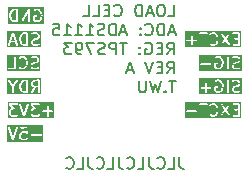
<source format=gbr>
%TF.GenerationSoftware,KiCad,Pcbnew,8.0.1*%
%TF.CreationDate,2024-04-17T01:28:12-04:00*%
%TF.ProjectId,ads1115_board,61647331-3131-4355-9f62-6f6172642e6b,rev?*%
%TF.SameCoordinates,Original*%
%TF.FileFunction,Legend,Bot*%
%TF.FilePolarity,Positive*%
%FSLAX46Y46*%
G04 Gerber Fmt 4.6, Leading zero omitted, Abs format (unit mm)*
G04 Created by KiCad (PCBNEW 8.0.1) date 2024-04-17 01:28:12*
%MOMM*%
%LPD*%
G01*
G04 APERTURE LIST*
G04 Aperture macros list*
%AMRoundRect*
0 Rectangle with rounded corners*
0 $1 Rounding radius*
0 $2 $3 $4 $5 $6 $7 $8 $9 X,Y pos of 4 corners*
0 Add a 4 corners polygon primitive as box body*
4,1,4,$2,$3,$4,$5,$6,$7,$8,$9,$2,$3,0*
0 Add four circle primitives for the rounded corners*
1,1,$1+$1,$2,$3*
1,1,$1+$1,$4,$5*
1,1,$1+$1,$6,$7*
1,1,$1+$1,$8,$9*
0 Add four rect primitives between the rounded corners*
20,1,$1+$1,$2,$3,$4,$5,0*
20,1,$1+$1,$4,$5,$6,$7,0*
20,1,$1+$1,$6,$7,$8,$9,0*
20,1,$1+$1,$8,$9,$2,$3,0*%
G04 Aperture macros list end*
%ADD10C,0.150000*%
%ADD11C,1.300000*%
%ADD12RoundRect,0.250000X0.625000X-0.350000X0.625000X0.350000X-0.625000X0.350000X-0.625000X-0.350000X0*%
%ADD13O,1.750000X1.200000*%
%ADD14RoundRect,0.250000X-0.625000X0.350000X-0.625000X-0.350000X0.625000X-0.350000X0.625000X0.350000X0*%
G04 APERTURE END LIST*
D10*
G36*
X138092877Y-105640930D02*
G01*
X135008400Y-105640930D01*
X135008400Y-104464199D01*
X135119511Y-104464199D01*
X135122771Y-104478536D01*
X135454548Y-105469413D01*
X135454919Y-105474629D01*
X135459083Y-105482959D01*
X135462098Y-105491961D01*
X135465608Y-105496008D01*
X135468005Y-105500802D01*
X135475113Y-105506967D01*
X135481272Y-105514068D01*
X135486061Y-105516462D01*
X135490112Y-105519976D01*
X135499037Y-105522950D01*
X135507445Y-105527155D01*
X135512789Y-105527534D01*
X135517875Y-105529230D01*
X135527255Y-105528563D01*
X135536635Y-105529230D01*
X135541720Y-105527534D01*
X135547065Y-105527155D01*
X135555475Y-105522949D01*
X135564397Y-105519976D01*
X135568444Y-105516465D01*
X135573238Y-105514069D01*
X135579401Y-105506963D01*
X135586505Y-105500802D01*
X135588900Y-105496010D01*
X135592412Y-105491962D01*
X135598406Y-105478536D01*
X135748492Y-105026247D01*
X136071303Y-105026247D01*
X136072595Y-105252851D01*
X136071892Y-105254961D01*
X136072669Y-105265903D01*
X136072744Y-105278974D01*
X136073775Y-105281463D01*
X136073966Y-105284151D01*
X136079221Y-105297883D01*
X136127911Y-105392435D01*
X136131561Y-105401247D01*
X136133944Y-105404151D01*
X136134672Y-105405564D01*
X136136170Y-105406863D01*
X136140888Y-105412612D01*
X136189923Y-105459953D01*
X136195557Y-105466450D01*
X136198702Y-105468429D01*
X136199873Y-105469560D01*
X136201700Y-105470317D01*
X136208000Y-105474282D01*
X136293889Y-105515957D01*
X136295111Y-105517179D01*
X136303970Y-105520848D01*
X136316969Y-105527156D01*
X136319658Y-105527347D01*
X136322147Y-105528378D01*
X136336779Y-105529819D01*
X136563383Y-105528526D01*
X136565493Y-105529230D01*
X136576435Y-105528452D01*
X136589506Y-105528378D01*
X136591995Y-105527346D01*
X136594683Y-105527156D01*
X136608415Y-105521901D01*
X136702969Y-105473209D01*
X136711780Y-105469560D01*
X136714682Y-105467177D01*
X136716096Y-105466450D01*
X136717396Y-105464950D01*
X136723146Y-105460232D01*
X136780092Y-105401247D01*
X136791290Y-105374211D01*
X136791290Y-105344948D01*
X136780091Y-105317912D01*
X136759398Y-105297219D01*
X136732362Y-105286021D01*
X136703099Y-105286021D01*
X136676063Y-105297220D01*
X136664697Y-105306548D01*
X136628052Y-105344504D01*
X136559302Y-105379907D01*
X136356566Y-105381063D01*
X136287945Y-105347767D01*
X136256618Y-105317521D01*
X136221214Y-105248770D01*
X136220300Y-105088498D01*
X137072744Y-105088498D01*
X137083943Y-105115534D01*
X137104635Y-105136226D01*
X137131671Y-105147425D01*
X137146303Y-105148866D01*
X137453100Y-105148296D01*
X137453696Y-105469451D01*
X137464895Y-105496487D01*
X137485587Y-105517179D01*
X137512623Y-105528378D01*
X137541887Y-105528378D01*
X137568923Y-105517179D01*
X137589615Y-105496487D01*
X137600814Y-105469451D01*
X137602255Y-105454819D01*
X137601685Y-105148020D01*
X137922839Y-105147425D01*
X137949875Y-105136226D01*
X137970567Y-105115534D01*
X137981766Y-105088498D01*
X137981766Y-105059234D01*
X137970567Y-105032198D01*
X137949875Y-105011506D01*
X137922839Y-105000307D01*
X137908207Y-104998866D01*
X137601409Y-104999435D01*
X137600814Y-104678282D01*
X137589615Y-104651246D01*
X137568923Y-104630554D01*
X137541887Y-104619355D01*
X137512623Y-104619355D01*
X137485587Y-104630554D01*
X137464895Y-104651246D01*
X137453696Y-104678282D01*
X137452255Y-104692914D01*
X137452824Y-104999711D01*
X137131671Y-105000307D01*
X137104635Y-105011506D01*
X137083943Y-105032198D01*
X137072744Y-105059234D01*
X137072744Y-105088498D01*
X136220300Y-105088498D01*
X136220058Y-105046034D01*
X136253355Y-104977412D01*
X136283599Y-104946085D01*
X136352350Y-104910682D01*
X136555086Y-104909526D01*
X136623708Y-104942823D01*
X136658735Y-104976639D01*
X136659827Y-104978675D01*
X136666490Y-104984126D01*
X136676063Y-104993369D01*
X136679551Y-104994814D01*
X136682475Y-104997206D01*
X136692972Y-105000373D01*
X136703099Y-105004568D01*
X136706875Y-105004568D01*
X136710491Y-105005659D01*
X136721401Y-105004568D01*
X136732362Y-105004568D01*
X136735850Y-105003122D01*
X136739610Y-105002747D01*
X136749273Y-104997562D01*
X136759398Y-104993369D01*
X136762068Y-104990698D01*
X136765397Y-104988913D01*
X136772342Y-104980424D01*
X136780091Y-104972676D01*
X136781535Y-104969189D01*
X136783928Y-104966265D01*
X136787096Y-104955764D01*
X136791290Y-104945640D01*
X136791290Y-104941864D01*
X136792381Y-104938249D01*
X136792359Y-104923546D01*
X136743671Y-104450627D01*
X136743671Y-104440187D01*
X136742240Y-104436733D01*
X136741850Y-104432940D01*
X136736667Y-104423280D01*
X136732472Y-104413151D01*
X136729800Y-104410479D01*
X136728016Y-104407153D01*
X136719533Y-104400212D01*
X136711780Y-104392459D01*
X136708291Y-104391013D01*
X136705368Y-104388622D01*
X136694870Y-104385454D01*
X136684744Y-104381260D01*
X136679138Y-104380707D01*
X136677352Y-104380169D01*
X136675523Y-104380351D01*
X136670112Y-104379819D01*
X136179290Y-104381260D01*
X136152254Y-104392459D01*
X136131562Y-104413151D01*
X136120363Y-104440187D01*
X136120363Y-104469451D01*
X136131562Y-104496487D01*
X136152254Y-104517179D01*
X136179290Y-104528378D01*
X136193922Y-104529819D01*
X136602313Y-104528620D01*
X136628160Y-104779677D01*
X136617764Y-104774633D01*
X136616542Y-104773411D01*
X136607676Y-104769738D01*
X136594683Y-104763434D01*
X136591995Y-104763243D01*
X136589506Y-104762212D01*
X136574874Y-104760771D01*
X136348268Y-104762063D01*
X136346159Y-104761360D01*
X136335216Y-104762137D01*
X136322147Y-104762212D01*
X136319658Y-104763242D01*
X136316969Y-104763434D01*
X136303238Y-104768689D01*
X136208683Y-104817380D01*
X136199873Y-104821030D01*
X136196970Y-104823412D01*
X136195557Y-104824140D01*
X136194257Y-104825638D01*
X136188508Y-104830357D01*
X136141166Y-104879392D01*
X136134672Y-104885025D01*
X136132692Y-104888170D01*
X136131562Y-104889341D01*
X136130804Y-104891168D01*
X136126840Y-104897468D01*
X136085165Y-104983356D01*
X136083943Y-104984579D01*
X136080270Y-104993444D01*
X136073966Y-105006438D01*
X136073775Y-105009125D01*
X136072744Y-105011615D01*
X136071303Y-105026247D01*
X135748492Y-105026247D01*
X135934999Y-104464200D01*
X135932924Y-104435010D01*
X135919838Y-104408836D01*
X135897730Y-104389662D01*
X135869968Y-104380408D01*
X135840778Y-104382483D01*
X135814605Y-104395570D01*
X135795431Y-104417677D01*
X135789437Y-104431102D01*
X135527687Y-105219895D01*
X135259079Y-104417676D01*
X135239905Y-104395569D01*
X135213732Y-104382483D01*
X135184542Y-104380408D01*
X135156779Y-104389662D01*
X135134672Y-104408836D01*
X135121586Y-104435009D01*
X135119511Y-104464199D01*
X135008400Y-104464199D01*
X135008400Y-104268708D01*
X138092877Y-104268708D01*
X138092877Y-105640930D01*
G37*
G36*
X139045258Y-103640930D02*
G01*
X135103049Y-103640930D01*
X135103049Y-103026247D01*
X135214160Y-103026247D01*
X135215452Y-103252851D01*
X135214749Y-103254961D01*
X135215526Y-103265903D01*
X135215601Y-103278974D01*
X135216632Y-103281463D01*
X135216823Y-103284151D01*
X135222078Y-103297883D01*
X135270768Y-103392435D01*
X135274418Y-103401247D01*
X135276801Y-103404151D01*
X135277529Y-103405564D01*
X135279027Y-103406863D01*
X135283745Y-103412612D01*
X135332780Y-103459953D01*
X135338414Y-103466450D01*
X135341559Y-103468429D01*
X135342730Y-103469560D01*
X135344557Y-103470317D01*
X135350857Y-103474282D01*
X135436746Y-103515957D01*
X135437968Y-103517179D01*
X135446827Y-103520848D01*
X135459826Y-103527156D01*
X135462515Y-103527347D01*
X135465004Y-103528378D01*
X135479636Y-103529819D01*
X135753790Y-103528503D01*
X135755969Y-103529230D01*
X135767089Y-103528439D01*
X135779982Y-103528378D01*
X135782471Y-103527346D01*
X135785159Y-103527156D01*
X135798891Y-103521901D01*
X135893445Y-103473209D01*
X135902256Y-103469560D01*
X135905158Y-103467177D01*
X135906572Y-103466450D01*
X135907872Y-103464950D01*
X135913622Y-103460232D01*
X135970568Y-103401247D01*
X135981766Y-103374211D01*
X135981766Y-103344948D01*
X135970567Y-103317912D01*
X135949874Y-103297219D01*
X135922838Y-103286021D01*
X135893575Y-103286021D01*
X135866539Y-103297220D01*
X135855173Y-103306548D01*
X135818528Y-103344504D01*
X135749806Y-103379893D01*
X135499487Y-103381094D01*
X135430802Y-103347767D01*
X135399475Y-103317521D01*
X135364071Y-103248770D01*
X135362915Y-103046034D01*
X135396212Y-102977412D01*
X135426456Y-102946085D01*
X135495313Y-102910627D01*
X135622107Y-102909467D01*
X135632199Y-102910140D01*
X135634523Y-102909353D01*
X135637125Y-102909330D01*
X135648382Y-102904666D01*
X135659920Y-102900765D01*
X135661824Y-102899099D01*
X135664161Y-102898131D01*
X135672771Y-102889520D01*
X135681944Y-102881495D01*
X135683066Y-102879225D01*
X135684853Y-102877439D01*
X135689513Y-102866188D01*
X135694916Y-102855263D01*
X135695084Y-102852739D01*
X135696052Y-102850403D01*
X135696052Y-102838218D01*
X135696862Y-102826065D01*
X135696052Y-102823669D01*
X135696052Y-102821139D01*
X135691388Y-102809881D01*
X135687487Y-102798344D01*
X135685401Y-102795426D01*
X135684853Y-102794103D01*
X135683457Y-102792707D01*
X135678936Y-102786383D01*
X135452859Y-102529446D01*
X135922839Y-102528378D01*
X135949875Y-102517179D01*
X135970567Y-102496487D01*
X135981766Y-102469451D01*
X135981766Y-102464199D01*
X136071892Y-102464199D01*
X136075152Y-102478536D01*
X136406929Y-103469413D01*
X136407300Y-103474629D01*
X136411464Y-103482959D01*
X136414479Y-103491961D01*
X136417989Y-103496008D01*
X136420386Y-103500802D01*
X136427494Y-103506967D01*
X136433653Y-103514068D01*
X136438442Y-103516462D01*
X136442493Y-103519976D01*
X136451418Y-103522950D01*
X136459826Y-103527155D01*
X136465170Y-103527534D01*
X136470256Y-103529230D01*
X136479636Y-103528563D01*
X136489016Y-103529230D01*
X136494101Y-103527534D01*
X136499446Y-103527155D01*
X136507856Y-103522949D01*
X136516778Y-103519976D01*
X136520825Y-103516465D01*
X136525619Y-103514069D01*
X136531782Y-103506963D01*
X136538886Y-103500802D01*
X136541281Y-103496010D01*
X136544793Y-103491962D01*
X136550787Y-103478536D01*
X136700873Y-103026247D01*
X137023684Y-103026247D01*
X137024976Y-103252851D01*
X137024273Y-103254961D01*
X137025050Y-103265903D01*
X137025125Y-103278974D01*
X137026156Y-103281463D01*
X137026347Y-103284151D01*
X137031602Y-103297883D01*
X137080292Y-103392435D01*
X137083942Y-103401247D01*
X137086325Y-103404151D01*
X137087053Y-103405564D01*
X137088551Y-103406863D01*
X137093269Y-103412612D01*
X137142304Y-103459953D01*
X137147938Y-103466450D01*
X137151083Y-103468429D01*
X137152254Y-103469560D01*
X137154081Y-103470317D01*
X137160381Y-103474282D01*
X137246270Y-103515957D01*
X137247492Y-103517179D01*
X137256351Y-103520848D01*
X137269350Y-103527156D01*
X137272039Y-103527347D01*
X137274528Y-103528378D01*
X137289160Y-103529819D01*
X137563314Y-103528503D01*
X137565493Y-103529230D01*
X137576613Y-103528439D01*
X137589506Y-103528378D01*
X137591995Y-103527346D01*
X137594683Y-103527156D01*
X137608415Y-103521901D01*
X137702969Y-103473209D01*
X137711780Y-103469560D01*
X137714682Y-103467177D01*
X137716096Y-103466450D01*
X137717396Y-103464950D01*
X137723146Y-103460232D01*
X137780092Y-103401247D01*
X137791290Y-103374211D01*
X137791290Y-103344948D01*
X137780091Y-103317912D01*
X137759398Y-103297219D01*
X137732362Y-103286021D01*
X137703099Y-103286021D01*
X137676063Y-103297220D01*
X137664697Y-103306548D01*
X137628052Y-103344504D01*
X137559330Y-103379893D01*
X137309011Y-103381094D01*
X137240326Y-103347767D01*
X137208999Y-103317521D01*
X137173595Y-103248770D01*
X137172681Y-103088498D01*
X138025125Y-103088498D01*
X138036324Y-103115534D01*
X138057016Y-103136226D01*
X138084052Y-103147425D01*
X138098684Y-103148866D01*
X138405481Y-103148296D01*
X138406077Y-103469451D01*
X138417276Y-103496487D01*
X138437968Y-103517179D01*
X138465004Y-103528378D01*
X138494268Y-103528378D01*
X138521304Y-103517179D01*
X138541996Y-103496487D01*
X138553195Y-103469451D01*
X138554636Y-103454819D01*
X138554066Y-103148020D01*
X138875220Y-103147425D01*
X138902256Y-103136226D01*
X138922948Y-103115534D01*
X138934147Y-103088498D01*
X138934147Y-103059234D01*
X138922948Y-103032198D01*
X138902256Y-103011506D01*
X138875220Y-103000307D01*
X138860588Y-102998866D01*
X138553790Y-102999435D01*
X138553195Y-102678282D01*
X138541996Y-102651246D01*
X138521304Y-102630554D01*
X138494268Y-102619355D01*
X138465004Y-102619355D01*
X138437968Y-102630554D01*
X138417276Y-102651246D01*
X138406077Y-102678282D01*
X138404636Y-102692914D01*
X138405205Y-102999711D01*
X138084052Y-103000307D01*
X138057016Y-103011506D01*
X138036324Y-103032198D01*
X138025125Y-103059234D01*
X138025125Y-103088498D01*
X137172681Y-103088498D01*
X137172439Y-103046034D01*
X137205736Y-102977412D01*
X137235980Y-102946085D01*
X137304837Y-102910627D01*
X137431631Y-102909467D01*
X137441723Y-102910140D01*
X137444047Y-102909353D01*
X137446649Y-102909330D01*
X137457906Y-102904666D01*
X137469444Y-102900765D01*
X137471348Y-102899099D01*
X137473685Y-102898131D01*
X137482295Y-102889520D01*
X137491468Y-102881495D01*
X137492590Y-102879225D01*
X137494377Y-102877439D01*
X137499037Y-102866188D01*
X137504440Y-102855263D01*
X137504608Y-102852739D01*
X137505576Y-102850403D01*
X137505576Y-102838218D01*
X137506386Y-102826065D01*
X137505576Y-102823669D01*
X137505576Y-102821139D01*
X137500912Y-102809881D01*
X137497011Y-102798344D01*
X137494925Y-102795426D01*
X137494377Y-102794103D01*
X137492981Y-102792707D01*
X137488460Y-102786383D01*
X137262383Y-102529446D01*
X137732363Y-102528378D01*
X137759399Y-102517179D01*
X137780091Y-102496487D01*
X137791290Y-102469451D01*
X137791290Y-102440187D01*
X137780091Y-102413151D01*
X137759399Y-102392459D01*
X137732363Y-102381260D01*
X137717731Y-102379819D01*
X137100567Y-102381222D01*
X137088978Y-102380450D01*
X137086600Y-102381254D01*
X137084052Y-102381260D01*
X137072794Y-102385923D01*
X137061257Y-102389825D01*
X137059352Y-102391490D01*
X137057016Y-102392459D01*
X137048405Y-102401069D01*
X137039233Y-102409095D01*
X137038110Y-102411364D01*
X137036324Y-102413151D01*
X137031663Y-102424401D01*
X137026261Y-102435327D01*
X137026092Y-102437850D01*
X137025125Y-102440187D01*
X137025125Y-102452371D01*
X137024315Y-102464525D01*
X137025125Y-102466920D01*
X137025125Y-102469451D01*
X137029788Y-102480708D01*
X137033690Y-102492246D01*
X137035775Y-102495163D01*
X137036324Y-102496487D01*
X137037719Y-102497882D01*
X137042241Y-102504207D01*
X137270276Y-102763368D01*
X137269350Y-102763434D01*
X137255619Y-102768689D01*
X137161064Y-102817380D01*
X137152254Y-102821030D01*
X137149351Y-102823412D01*
X137147938Y-102824140D01*
X137146638Y-102825638D01*
X137140889Y-102830357D01*
X137093547Y-102879392D01*
X137087053Y-102885025D01*
X137085073Y-102888170D01*
X137083943Y-102889341D01*
X137083185Y-102891168D01*
X137079221Y-102897468D01*
X137037546Y-102983356D01*
X137036324Y-102984579D01*
X137032651Y-102993444D01*
X137026347Y-103006438D01*
X137026156Y-103009125D01*
X137025125Y-103011615D01*
X137023684Y-103026247D01*
X136700873Y-103026247D01*
X136887380Y-102464200D01*
X136885305Y-102435010D01*
X136872219Y-102408836D01*
X136850111Y-102389662D01*
X136822349Y-102380408D01*
X136793159Y-102382483D01*
X136766986Y-102395570D01*
X136747812Y-102417677D01*
X136741818Y-102431102D01*
X136480068Y-103219895D01*
X136211460Y-102417676D01*
X136192286Y-102395569D01*
X136166113Y-102382483D01*
X136136923Y-102380408D01*
X136109160Y-102389662D01*
X136087053Y-102408836D01*
X136073967Y-102435009D01*
X136071892Y-102464199D01*
X135981766Y-102464199D01*
X135981766Y-102440187D01*
X135970567Y-102413151D01*
X135949875Y-102392459D01*
X135922839Y-102381260D01*
X135908207Y-102379819D01*
X135291043Y-102381222D01*
X135279454Y-102380450D01*
X135277076Y-102381254D01*
X135274528Y-102381260D01*
X135263270Y-102385923D01*
X135251733Y-102389825D01*
X135249828Y-102391490D01*
X135247492Y-102392459D01*
X135238881Y-102401069D01*
X135229709Y-102409095D01*
X135228586Y-102411364D01*
X135226800Y-102413151D01*
X135222139Y-102424401D01*
X135216737Y-102435327D01*
X135216568Y-102437850D01*
X135215601Y-102440187D01*
X135215601Y-102452371D01*
X135214791Y-102464525D01*
X135215601Y-102466920D01*
X135215601Y-102469451D01*
X135220264Y-102480708D01*
X135224166Y-102492246D01*
X135226251Y-102495163D01*
X135226800Y-102496487D01*
X135228195Y-102497882D01*
X135232717Y-102504207D01*
X135460752Y-102763368D01*
X135459826Y-102763434D01*
X135446095Y-102768689D01*
X135351540Y-102817380D01*
X135342730Y-102821030D01*
X135339827Y-102823412D01*
X135338414Y-102824140D01*
X135337114Y-102825638D01*
X135331365Y-102830357D01*
X135284023Y-102879392D01*
X135277529Y-102885025D01*
X135275549Y-102888170D01*
X135274419Y-102889341D01*
X135273661Y-102891168D01*
X135269697Y-102897468D01*
X135228022Y-102983356D01*
X135226800Y-102984579D01*
X135223127Y-102993444D01*
X135216823Y-103006438D01*
X135216632Y-103009125D01*
X135215601Y-103011615D01*
X135214160Y-103026247D01*
X135103049Y-103026247D01*
X135103049Y-102268708D01*
X139045258Y-102268708D01*
X139045258Y-103640930D01*
G37*
G36*
X136644045Y-101380239D02*
G01*
X136495378Y-101381086D01*
X136378782Y-101343348D01*
X136304574Y-101270558D01*
X136265882Y-101195421D01*
X136221264Y-101021991D01*
X136220122Y-100897219D01*
X136262148Y-100724096D01*
X136300873Y-100644286D01*
X136375152Y-100568561D01*
X136488228Y-100529770D01*
X136642836Y-100528888D01*
X136644045Y-101380239D01*
G37*
G36*
X137643368Y-100903898D02*
G01*
X137485010Y-100904475D01*
X137481261Y-100903645D01*
X137476375Y-100904507D01*
X137356711Y-100904943D01*
X137287945Y-100871576D01*
X137256617Y-100841331D01*
X137221159Y-100772474D01*
X137220174Y-100664842D01*
X137253355Y-100596460D01*
X137283599Y-100565133D01*
X137352287Y-100529762D01*
X137642835Y-100528704D01*
X137643368Y-100903898D01*
G37*
G36*
X137903842Y-101640930D02*
G01*
X135007830Y-101640930D01*
X135007830Y-100453145D01*
X135118941Y-100453145D01*
X135124008Y-100481967D01*
X135130647Y-100495085D01*
X135452311Y-100998036D01*
X135453696Y-101469451D01*
X135464895Y-101496487D01*
X135485587Y-101517179D01*
X135512623Y-101528378D01*
X135541887Y-101528378D01*
X135568923Y-101517179D01*
X135589615Y-101496487D01*
X135600814Y-101469451D01*
X135602255Y-101454819D01*
X135600926Y-101002473D01*
X135676328Y-100883390D01*
X136071303Y-100883390D01*
X136072570Y-101021969D01*
X136071392Y-101029893D01*
X136072726Y-101038917D01*
X136072744Y-101040879D01*
X136073166Y-101041900D01*
X136073542Y-101044437D01*
X136121059Y-101229135D01*
X136121585Y-101236532D01*
X136125787Y-101247514D01*
X136126108Y-101248759D01*
X136126430Y-101249194D01*
X136126840Y-101250264D01*
X136175530Y-101344816D01*
X136179180Y-101353628D01*
X136181563Y-101356532D01*
X136182291Y-101357945D01*
X136183789Y-101359244D01*
X136188508Y-101364994D01*
X136276677Y-101451479D01*
X136277529Y-101453183D01*
X136285173Y-101459813D01*
X136295111Y-101469561D01*
X136297601Y-101470592D01*
X136299636Y-101472357D01*
X136313062Y-101478351D01*
X136455643Y-101524500D01*
X136465004Y-101528378D01*
X136468767Y-101528748D01*
X136470255Y-101529230D01*
X136472229Y-101529089D01*
X136479636Y-101529819D01*
X136732363Y-101528378D01*
X136759399Y-101517179D01*
X136780091Y-101496487D01*
X136791290Y-101469451D01*
X136792731Y-101454819D01*
X136791581Y-100645295D01*
X137071303Y-100645295D01*
X137072507Y-100776924D01*
X137071892Y-100778771D01*
X137072617Y-100788985D01*
X137072744Y-100802784D01*
X137073775Y-100805273D01*
X137073966Y-100807961D01*
X137079221Y-100821693D01*
X137127913Y-100916249D01*
X137131562Y-100925058D01*
X137133944Y-100927960D01*
X137134672Y-100929374D01*
X137136170Y-100930673D01*
X137140889Y-100936423D01*
X137189924Y-100983764D01*
X137195557Y-100990259D01*
X137198702Y-100992238D01*
X137199873Y-100993369D01*
X137201700Y-100994126D01*
X137208000Y-100998091D01*
X137293889Y-101039766D01*
X137295111Y-101040988D01*
X137303970Y-101044657D01*
X137316969Y-101050965D01*
X137319658Y-101051156D01*
X137322147Y-101052187D01*
X137336060Y-101053557D01*
X137077650Y-101424623D01*
X137071321Y-101453194D01*
X137076406Y-101482011D01*
X137092133Y-101506690D01*
X137116107Y-101523472D01*
X137144678Y-101529801D01*
X137173495Y-101524716D01*
X137198174Y-101508989D01*
X137207745Y-101497829D01*
X137517545Y-101052969D01*
X137643579Y-101052510D01*
X137644172Y-101469451D01*
X137655371Y-101496487D01*
X137676063Y-101517179D01*
X137703099Y-101528378D01*
X137732363Y-101528378D01*
X137759399Y-101517179D01*
X137780091Y-101496487D01*
X137791290Y-101469451D01*
X137792731Y-101454819D01*
X137791290Y-100440187D01*
X137780091Y-100413151D01*
X137759399Y-100392459D01*
X137732363Y-100381260D01*
X137717731Y-100379819D01*
X137348427Y-100381164D01*
X137346159Y-100380408D01*
X137334817Y-100381213D01*
X137322147Y-100381260D01*
X137319658Y-100382290D01*
X137316969Y-100382482D01*
X137303238Y-100387737D01*
X137208683Y-100436428D01*
X137199873Y-100440078D01*
X137196970Y-100442460D01*
X137195557Y-100443188D01*
X137194257Y-100444686D01*
X137188508Y-100449405D01*
X137141166Y-100498440D01*
X137134672Y-100504073D01*
X137132692Y-100507218D01*
X137131562Y-100508389D01*
X137130804Y-100510216D01*
X137126840Y-100516516D01*
X137085165Y-100602404D01*
X137083943Y-100603627D01*
X137080270Y-100612492D01*
X137073966Y-100625486D01*
X137073775Y-100628173D01*
X137072744Y-100630663D01*
X137071303Y-100645295D01*
X136791581Y-100645295D01*
X136791290Y-100440187D01*
X136780091Y-100413151D01*
X136759399Y-100392459D01*
X136732363Y-100381260D01*
X136717731Y-100379819D01*
X136480960Y-100381169D01*
X136470255Y-100380408D01*
X136466546Y-100381251D01*
X136465004Y-100381260D01*
X136463173Y-100382018D01*
X136455918Y-100383668D01*
X136324128Y-100428879D01*
X136322148Y-100428879D01*
X136312598Y-100432834D01*
X136299636Y-100437281D01*
X136297601Y-100439045D01*
X136295111Y-100440077D01*
X136283746Y-100449405D01*
X136189814Y-100545167D01*
X136182291Y-100551692D01*
X136180278Y-100554888D01*
X136179181Y-100556008D01*
X136178423Y-100557835D01*
X136174459Y-100564135D01*
X136130192Y-100655366D01*
X136126108Y-100660878D01*
X136122170Y-100671897D01*
X136121585Y-100673105D01*
X136121546Y-100673644D01*
X136121161Y-100674724D01*
X136075920Y-100861089D01*
X136072744Y-100868758D01*
X136071846Y-100877872D01*
X136071392Y-100879744D01*
X136071554Y-100880836D01*
X136071303Y-100883390D01*
X135676328Y-100883390D01*
X135930503Y-100481966D01*
X135935569Y-100453145D01*
X135929221Y-100424579D01*
X135912425Y-100400615D01*
X135887736Y-100384904D01*
X135858914Y-100379838D01*
X135830348Y-100386186D01*
X135806385Y-100402982D01*
X135797313Y-100414553D01*
X135527775Y-100840240D01*
X135248125Y-100402983D01*
X135224162Y-100386186D01*
X135195596Y-100379838D01*
X135166774Y-100384905D01*
X135142086Y-100400616D01*
X135125289Y-100424579D01*
X135118941Y-100453145D01*
X135007830Y-100453145D01*
X135007830Y-100268708D01*
X137903842Y-100268708D01*
X137903842Y-101640930D01*
G37*
G36*
X137856223Y-99640930D02*
G01*
X135009252Y-99640930D01*
X135009252Y-99469451D01*
X135120363Y-99469451D01*
X135131562Y-99496487D01*
X135152254Y-99517179D01*
X135179290Y-99528378D01*
X135193922Y-99529819D01*
X135684744Y-99528378D01*
X135711780Y-99517179D01*
X135732472Y-99496487D01*
X135743671Y-99469451D01*
X135745112Y-99454819D01*
X135744998Y-99374211D01*
X136025125Y-99374211D01*
X136036323Y-99401247D01*
X136045650Y-99412612D01*
X136086475Y-99452027D01*
X136087053Y-99453183D01*
X136093144Y-99458466D01*
X136104635Y-99469560D01*
X136107123Y-99470590D01*
X136109160Y-99472357D01*
X136122586Y-99478351D01*
X136265167Y-99524500D01*
X136274528Y-99528378D01*
X136278291Y-99528748D01*
X136279779Y-99529230D01*
X136281753Y-99529089D01*
X136289160Y-99529819D01*
X136384477Y-99528568D01*
X136393778Y-99529230D01*
X136397432Y-99528398D01*
X136399030Y-99528378D01*
X136400861Y-99527619D01*
X136408115Y-99525970D01*
X136539905Y-99480759D01*
X136541887Y-99480759D01*
X136551439Y-99476802D01*
X136564397Y-99472357D01*
X136566432Y-99470591D01*
X136568923Y-99469560D01*
X136580288Y-99460233D01*
X136674220Y-99364468D01*
X136681743Y-99357945D01*
X136683755Y-99354748D01*
X136684854Y-99353628D01*
X136685611Y-99351798D01*
X136689575Y-99345502D01*
X136733843Y-99254269D01*
X136737926Y-99248759D01*
X136741861Y-99237743D01*
X136742449Y-99236533D01*
X136742487Y-99235992D01*
X136742873Y-99234913D01*
X136758848Y-99169104D01*
X137023684Y-99169104D01*
X137024789Y-99253410D01*
X137024273Y-99254961D01*
X137024931Y-99264230D01*
X137025125Y-99278974D01*
X137026156Y-99281463D01*
X137026347Y-99284151D01*
X137031602Y-99297883D01*
X137080292Y-99392435D01*
X137083942Y-99401247D01*
X137086325Y-99404151D01*
X137087053Y-99405564D01*
X137088551Y-99406863D01*
X137093269Y-99412612D01*
X137142304Y-99459953D01*
X137147938Y-99466450D01*
X137151083Y-99468429D01*
X137152254Y-99469560D01*
X137154081Y-99470317D01*
X137160381Y-99474282D01*
X137246270Y-99515957D01*
X137247492Y-99517179D01*
X137256351Y-99520848D01*
X137269350Y-99527156D01*
X137272039Y-99527347D01*
X137274528Y-99528378D01*
X137289160Y-99529819D01*
X137525929Y-99528468D01*
X137536635Y-99529230D01*
X137540343Y-99528386D01*
X137541887Y-99528378D01*
X137543718Y-99527619D01*
X137550972Y-99525970D01*
X137707254Y-99472357D01*
X137729361Y-99453183D01*
X137742448Y-99427010D01*
X137744523Y-99397820D01*
X137735269Y-99370058D01*
X137716095Y-99347950D01*
X137689921Y-99334864D01*
X137660731Y-99332789D01*
X137646394Y-99336049D01*
X137518661Y-99379867D01*
X137308947Y-99381063D01*
X137240326Y-99347767D01*
X137208999Y-99317521D01*
X137173476Y-99248540D01*
X137172687Y-99188379D01*
X137205736Y-99120269D01*
X137235980Y-99088942D01*
X137310461Y-99050588D01*
X137492048Y-99003871D01*
X137499445Y-99003346D01*
X137510427Y-98999143D01*
X137511672Y-98998823D01*
X137512107Y-98998500D01*
X137513177Y-98998091D01*
X137607733Y-98949398D01*
X137616542Y-98945750D01*
X137619444Y-98943367D01*
X137620858Y-98942640D01*
X137622157Y-98941141D01*
X137627907Y-98936423D01*
X137675248Y-98887387D01*
X137681743Y-98881755D01*
X137683722Y-98878609D01*
X137684853Y-98877439D01*
X137685610Y-98875611D01*
X137689575Y-98869312D01*
X137731250Y-98783422D01*
X137732472Y-98782201D01*
X137736141Y-98773341D01*
X137742449Y-98760343D01*
X137742640Y-98757653D01*
X137743671Y-98755165D01*
X137745112Y-98740533D01*
X137744006Y-98656225D01*
X137744523Y-98654675D01*
X137743864Y-98645404D01*
X137743671Y-98630663D01*
X137742640Y-98628174D01*
X137742449Y-98625485D01*
X137737194Y-98611754D01*
X137688502Y-98517199D01*
X137684853Y-98508389D01*
X137682470Y-98505486D01*
X137681743Y-98504073D01*
X137680244Y-98502773D01*
X137675526Y-98497024D01*
X137626490Y-98449682D01*
X137620858Y-98443188D01*
X137617712Y-98441208D01*
X137616542Y-98440078D01*
X137614714Y-98439320D01*
X137608415Y-98435356D01*
X137522526Y-98393681D01*
X137521304Y-98392459D01*
X137512438Y-98388786D01*
X137499445Y-98382482D01*
X137496757Y-98382291D01*
X137494268Y-98381260D01*
X137479636Y-98379819D01*
X137242865Y-98381169D01*
X137232160Y-98380408D01*
X137228451Y-98381251D01*
X137226909Y-98381260D01*
X137225078Y-98382018D01*
X137217823Y-98383668D01*
X137061541Y-98437281D01*
X137039434Y-98456455D01*
X137026348Y-98482628D01*
X137024273Y-98511818D01*
X137033527Y-98539581D01*
X137052701Y-98561688D01*
X137078874Y-98574774D01*
X137108064Y-98576849D01*
X137122401Y-98573589D01*
X137250133Y-98529770D01*
X137459848Y-98528574D01*
X137528470Y-98561871D01*
X137559797Y-98592115D01*
X137595319Y-98661096D01*
X137596108Y-98721257D01*
X137563060Y-98789366D01*
X137532815Y-98820694D01*
X137458334Y-98859048D01*
X137276747Y-98905765D01*
X137269350Y-98906291D01*
X137258367Y-98910494D01*
X137257124Y-98910814D01*
X137256688Y-98911136D01*
X137255619Y-98911546D01*
X137161064Y-98960237D01*
X137152254Y-98963887D01*
X137149351Y-98966269D01*
X137147938Y-98966997D01*
X137146638Y-98968495D01*
X137140889Y-98973214D01*
X137093547Y-99022249D01*
X137087053Y-99027882D01*
X137085073Y-99031027D01*
X137083943Y-99032198D01*
X137083185Y-99034025D01*
X137079221Y-99040325D01*
X137037546Y-99126213D01*
X137036324Y-99127436D01*
X137032651Y-99136301D01*
X137026347Y-99149295D01*
X137026156Y-99151982D01*
X137025125Y-99154472D01*
X137023684Y-99169104D01*
X136758848Y-99169104D01*
X136788113Y-99048547D01*
X136791290Y-99040879D01*
X136792187Y-99031764D01*
X136792642Y-99029893D01*
X136792479Y-99028800D01*
X136792731Y-99026247D01*
X136791463Y-98887667D01*
X136792642Y-98879744D01*
X136791307Y-98870719D01*
X136791290Y-98868758D01*
X136790867Y-98867736D01*
X136790492Y-98865200D01*
X136742974Y-98680501D01*
X136742449Y-98673104D01*
X136738245Y-98662121D01*
X136737926Y-98660878D01*
X136737603Y-98660442D01*
X136737194Y-98659373D01*
X136688505Y-98564823D01*
X136684854Y-98556008D01*
X136682469Y-98553102D01*
X136681743Y-98551692D01*
X136680246Y-98550393D01*
X136675526Y-98544643D01*
X136587355Y-98458158D01*
X136586504Y-98456455D01*
X136578861Y-98449826D01*
X136568923Y-98440078D01*
X136566432Y-98439046D01*
X136564397Y-98437281D01*
X136550972Y-98431287D01*
X136408393Y-98385138D01*
X136399030Y-98381260D01*
X136395264Y-98380889D01*
X136393778Y-98380408D01*
X136391803Y-98380548D01*
X136384398Y-98379819D01*
X136289079Y-98381069D01*
X136279779Y-98380408D01*
X136276124Y-98381239D01*
X136274528Y-98381260D01*
X136272697Y-98382018D01*
X136265442Y-98383668D01*
X136133652Y-98428879D01*
X136131671Y-98428879D01*
X136122123Y-98432833D01*
X136109160Y-98437281D01*
X136107123Y-98439047D01*
X136104635Y-98440078D01*
X136093270Y-98449405D01*
X136036324Y-98508389D01*
X136025125Y-98535426D01*
X136025125Y-98564688D01*
X136036324Y-98591725D01*
X136057016Y-98612417D01*
X136084053Y-98623616D01*
X136113315Y-98623616D01*
X136140352Y-98612417D01*
X136151717Y-98603090D01*
X136185239Y-98568367D01*
X136297945Y-98529703D01*
X136369324Y-98528767D01*
X136485251Y-98566290D01*
X136559460Y-98639080D01*
X136598151Y-98714215D01*
X136642769Y-98887645D01*
X136643911Y-99012417D01*
X136601885Y-99185540D01*
X136563160Y-99265350D01*
X136488883Y-99341076D01*
X136375611Y-99379934D01*
X136304233Y-99380870D01*
X136188041Y-99343262D01*
X136140352Y-99297220D01*
X136113316Y-99286021D01*
X136084053Y-99286021D01*
X136057017Y-99297219D01*
X136036324Y-99317912D01*
X136025125Y-99344948D01*
X136025125Y-99374211D01*
X135744998Y-99374211D01*
X135743671Y-98440187D01*
X135732472Y-98413151D01*
X135711780Y-98392459D01*
X135684744Y-98381260D01*
X135655480Y-98381260D01*
X135628444Y-98392459D01*
X135607752Y-98413151D01*
X135596553Y-98440187D01*
X135595112Y-98454819D01*
X135596426Y-99380035D01*
X135179290Y-99381260D01*
X135152254Y-99392459D01*
X135131562Y-99413151D01*
X135120363Y-99440187D01*
X135120363Y-99469451D01*
X135009252Y-99469451D01*
X135009252Y-98268708D01*
X137856223Y-98268708D01*
X137856223Y-99640930D01*
G37*
G36*
X136644045Y-97380239D02*
G01*
X136495378Y-97381086D01*
X136378782Y-97343348D01*
X136304574Y-97270558D01*
X136265882Y-97195421D01*
X136221264Y-97021991D01*
X136220122Y-96897219D01*
X136262148Y-96724096D01*
X136300873Y-96644286D01*
X136375152Y-96568561D01*
X136488228Y-96529770D01*
X136642836Y-96528888D01*
X136644045Y-97380239D01*
G37*
G36*
X135662317Y-97094406D02*
G01*
X135392277Y-97095199D01*
X135526822Y-96689742D01*
X135662317Y-97094406D01*
G37*
G36*
X137903842Y-97640930D02*
G01*
X135008400Y-97640930D01*
X135008400Y-97445439D01*
X135119511Y-97445439D01*
X135121586Y-97474629D01*
X135134672Y-97500802D01*
X135156779Y-97519976D01*
X135184542Y-97529230D01*
X135213732Y-97527155D01*
X135239905Y-97514069D01*
X135259079Y-97491962D01*
X135265073Y-97478536D01*
X135342918Y-97243946D01*
X135712024Y-97242862D01*
X135795431Y-97491961D01*
X135814605Y-97514068D01*
X135840778Y-97527155D01*
X135869968Y-97529230D01*
X135897730Y-97519976D01*
X135919838Y-97500802D01*
X135932924Y-97474628D01*
X135934999Y-97445438D01*
X135931739Y-97431102D01*
X135748347Y-96883390D01*
X136071303Y-96883390D01*
X136072570Y-97021969D01*
X136071392Y-97029893D01*
X136072726Y-97038917D01*
X136072744Y-97040879D01*
X136073166Y-97041900D01*
X136073542Y-97044437D01*
X136121059Y-97229135D01*
X136121585Y-97236532D01*
X136125787Y-97247514D01*
X136126108Y-97248759D01*
X136126430Y-97249194D01*
X136126840Y-97250264D01*
X136175530Y-97344816D01*
X136179180Y-97353628D01*
X136181563Y-97356532D01*
X136182291Y-97357945D01*
X136183789Y-97359244D01*
X136188508Y-97364994D01*
X136276677Y-97451479D01*
X136277529Y-97453183D01*
X136285173Y-97459813D01*
X136295111Y-97469561D01*
X136297601Y-97470592D01*
X136299636Y-97472357D01*
X136313062Y-97478351D01*
X136455643Y-97524500D01*
X136465004Y-97528378D01*
X136468767Y-97528748D01*
X136470255Y-97529230D01*
X136472229Y-97529089D01*
X136479636Y-97529819D01*
X136732363Y-97528378D01*
X136759399Y-97517179D01*
X136780091Y-97496487D01*
X136791290Y-97469451D01*
X136792731Y-97454819D01*
X136792325Y-97169104D01*
X137071303Y-97169104D01*
X137072408Y-97253410D01*
X137071892Y-97254961D01*
X137072550Y-97264230D01*
X137072744Y-97278974D01*
X137073775Y-97281463D01*
X137073966Y-97284151D01*
X137079221Y-97297883D01*
X137127911Y-97392435D01*
X137131561Y-97401247D01*
X137133944Y-97404151D01*
X137134672Y-97405564D01*
X137136170Y-97406863D01*
X137140888Y-97412612D01*
X137189923Y-97459953D01*
X137195557Y-97466450D01*
X137198702Y-97468429D01*
X137199873Y-97469560D01*
X137201700Y-97470317D01*
X137208000Y-97474282D01*
X137293889Y-97515957D01*
X137295111Y-97517179D01*
X137303970Y-97520848D01*
X137316969Y-97527156D01*
X137319658Y-97527347D01*
X137322147Y-97528378D01*
X137336779Y-97529819D01*
X137573548Y-97528468D01*
X137584254Y-97529230D01*
X137587962Y-97528386D01*
X137589506Y-97528378D01*
X137591337Y-97527619D01*
X137598591Y-97525970D01*
X137754873Y-97472357D01*
X137776980Y-97453183D01*
X137790067Y-97427010D01*
X137792142Y-97397820D01*
X137782888Y-97370058D01*
X137763714Y-97347950D01*
X137737540Y-97334864D01*
X137708350Y-97332789D01*
X137694013Y-97336049D01*
X137566280Y-97379867D01*
X137356566Y-97381063D01*
X137287945Y-97347767D01*
X137256618Y-97317521D01*
X137221095Y-97248540D01*
X137220306Y-97188379D01*
X137253355Y-97120269D01*
X137283599Y-97088942D01*
X137358080Y-97050588D01*
X137539667Y-97003871D01*
X137547064Y-97003346D01*
X137558046Y-96999143D01*
X137559291Y-96998823D01*
X137559726Y-96998500D01*
X137560796Y-96998091D01*
X137655352Y-96949398D01*
X137664161Y-96945750D01*
X137667063Y-96943367D01*
X137668477Y-96942640D01*
X137669776Y-96941141D01*
X137675526Y-96936423D01*
X137722867Y-96887387D01*
X137729362Y-96881755D01*
X137731341Y-96878609D01*
X137732472Y-96877439D01*
X137733229Y-96875611D01*
X137737194Y-96869312D01*
X137778869Y-96783422D01*
X137780091Y-96782201D01*
X137783760Y-96773341D01*
X137790068Y-96760343D01*
X137790259Y-96757653D01*
X137791290Y-96755165D01*
X137792731Y-96740533D01*
X137791625Y-96656225D01*
X137792142Y-96654675D01*
X137791483Y-96645404D01*
X137791290Y-96630663D01*
X137790259Y-96628174D01*
X137790068Y-96625485D01*
X137784813Y-96611754D01*
X137736121Y-96517199D01*
X137732472Y-96508389D01*
X137730089Y-96505486D01*
X137729362Y-96504073D01*
X137727863Y-96502773D01*
X137723145Y-96497024D01*
X137674109Y-96449682D01*
X137668477Y-96443188D01*
X137665331Y-96441208D01*
X137664161Y-96440078D01*
X137662333Y-96439320D01*
X137656034Y-96435356D01*
X137570145Y-96393681D01*
X137568923Y-96392459D01*
X137560057Y-96388786D01*
X137547064Y-96382482D01*
X137544376Y-96382291D01*
X137541887Y-96381260D01*
X137527255Y-96379819D01*
X137290484Y-96381169D01*
X137279779Y-96380408D01*
X137276070Y-96381251D01*
X137274528Y-96381260D01*
X137272697Y-96382018D01*
X137265442Y-96383668D01*
X137109160Y-96437281D01*
X137087053Y-96456455D01*
X137073967Y-96482628D01*
X137071892Y-96511818D01*
X137081146Y-96539581D01*
X137100320Y-96561688D01*
X137126493Y-96574774D01*
X137155683Y-96576849D01*
X137170020Y-96573589D01*
X137297752Y-96529770D01*
X137507467Y-96528574D01*
X137576089Y-96561871D01*
X137607416Y-96592115D01*
X137642938Y-96661096D01*
X137643727Y-96721257D01*
X137610679Y-96789366D01*
X137580434Y-96820694D01*
X137505953Y-96859048D01*
X137324366Y-96905765D01*
X137316969Y-96906291D01*
X137305986Y-96910494D01*
X137304743Y-96910814D01*
X137304307Y-96911136D01*
X137303238Y-96911546D01*
X137208683Y-96960237D01*
X137199873Y-96963887D01*
X137196970Y-96966269D01*
X137195557Y-96966997D01*
X137194257Y-96968495D01*
X137188508Y-96973214D01*
X137141166Y-97022249D01*
X137134672Y-97027882D01*
X137132692Y-97031027D01*
X137131562Y-97032198D01*
X137130804Y-97034025D01*
X137126840Y-97040325D01*
X137085165Y-97126213D01*
X137083943Y-97127436D01*
X137080270Y-97136301D01*
X137073966Y-97149295D01*
X137073775Y-97151982D01*
X137072744Y-97154472D01*
X137071303Y-97169104D01*
X136792325Y-97169104D01*
X136791290Y-96440187D01*
X136780091Y-96413151D01*
X136759399Y-96392459D01*
X136732363Y-96381260D01*
X136717731Y-96379819D01*
X136480960Y-96381169D01*
X136470255Y-96380408D01*
X136466546Y-96381251D01*
X136465004Y-96381260D01*
X136463173Y-96382018D01*
X136455918Y-96383668D01*
X136324128Y-96428879D01*
X136322148Y-96428879D01*
X136312598Y-96432834D01*
X136299636Y-96437281D01*
X136297601Y-96439045D01*
X136295111Y-96440077D01*
X136283746Y-96449405D01*
X136189814Y-96545167D01*
X136182291Y-96551692D01*
X136180278Y-96554888D01*
X136179181Y-96556008D01*
X136178423Y-96557835D01*
X136174459Y-96564135D01*
X136130192Y-96655366D01*
X136126108Y-96660878D01*
X136122170Y-96671897D01*
X136121585Y-96673105D01*
X136121546Y-96673644D01*
X136121161Y-96674724D01*
X136075920Y-96861089D01*
X136072744Y-96868758D01*
X136071846Y-96877872D01*
X136071392Y-96879744D01*
X136071554Y-96880836D01*
X136071303Y-96883390D01*
X135748347Y-96883390D01*
X135599961Y-96440223D01*
X135599591Y-96435010D01*
X135595427Y-96426683D01*
X135592412Y-96417676D01*
X135588900Y-96413627D01*
X135586505Y-96408836D01*
X135579401Y-96402674D01*
X135573238Y-96395569D01*
X135568444Y-96393172D01*
X135564397Y-96389662D01*
X135555475Y-96386688D01*
X135547065Y-96382483D01*
X135541720Y-96382103D01*
X135536635Y-96380408D01*
X135527255Y-96381074D01*
X135517875Y-96380408D01*
X135512789Y-96382103D01*
X135507445Y-96382483D01*
X135499037Y-96386687D01*
X135490112Y-96389662D01*
X135486061Y-96393175D01*
X135481272Y-96395570D01*
X135475113Y-96402670D01*
X135468005Y-96408836D01*
X135465608Y-96413629D01*
X135462098Y-96417677D01*
X135456104Y-96431102D01*
X135217929Y-97148850D01*
X135215601Y-97154472D01*
X135215601Y-97155867D01*
X135119511Y-97445439D01*
X135008400Y-97445439D01*
X135008400Y-96268708D01*
X137903842Y-96268708D01*
X137903842Y-97640930D01*
G37*
G36*
X135786902Y-95380239D02*
G01*
X135638235Y-95381086D01*
X135521639Y-95343348D01*
X135447431Y-95270558D01*
X135408739Y-95195421D01*
X135364121Y-95021991D01*
X135362979Y-94897219D01*
X135405005Y-94724096D01*
X135443730Y-94644286D01*
X135518009Y-94568561D01*
X135631085Y-94529770D01*
X135785693Y-94528888D01*
X135786902Y-95380239D01*
G37*
G36*
X138141937Y-95640930D02*
G01*
X135103049Y-95640930D01*
X135103049Y-94883390D01*
X135214160Y-94883390D01*
X135215427Y-95021969D01*
X135214249Y-95029893D01*
X135215583Y-95038917D01*
X135215601Y-95040879D01*
X135216023Y-95041900D01*
X135216399Y-95044437D01*
X135263916Y-95229135D01*
X135264442Y-95236532D01*
X135268644Y-95247514D01*
X135268965Y-95248759D01*
X135269287Y-95249194D01*
X135269697Y-95250264D01*
X135318387Y-95344816D01*
X135322037Y-95353628D01*
X135324420Y-95356532D01*
X135325148Y-95357945D01*
X135326646Y-95359244D01*
X135331365Y-95364994D01*
X135419534Y-95451479D01*
X135420386Y-95453183D01*
X135428030Y-95459813D01*
X135437968Y-95469561D01*
X135440458Y-95470592D01*
X135442493Y-95472357D01*
X135455919Y-95478351D01*
X135598500Y-95524500D01*
X135607861Y-95528378D01*
X135611624Y-95528748D01*
X135613112Y-95529230D01*
X135615086Y-95529089D01*
X135622493Y-95529819D01*
X135875220Y-95528378D01*
X135902256Y-95517179D01*
X135922948Y-95496487D01*
X135934147Y-95469451D01*
X135935588Y-95454819D01*
X135934168Y-94454819D01*
X136261779Y-94454819D01*
X136263192Y-95450374D01*
X136261962Y-95460058D01*
X136263213Y-95464645D01*
X136263220Y-95469451D01*
X136267037Y-95478666D01*
X136269662Y-95488290D01*
X136272589Y-95492070D01*
X136274419Y-95496487D01*
X136281469Y-95503537D01*
X136287579Y-95511427D01*
X136291732Y-95513800D01*
X136295111Y-95517179D01*
X136304323Y-95520995D01*
X136312988Y-95525946D01*
X136317731Y-95526548D01*
X136322147Y-95528378D01*
X136332121Y-95528378D01*
X136342018Y-95529636D01*
X136346630Y-95528378D01*
X136351411Y-95528378D01*
X136360626Y-95524560D01*
X136370250Y-95521936D01*
X136374030Y-95519008D01*
X136378447Y-95517179D01*
X136385497Y-95510128D01*
X136393387Y-95504019D01*
X136397739Y-95497886D01*
X136399139Y-95496487D01*
X136399708Y-95495112D01*
X136401897Y-95492029D01*
X136833604Y-94734370D01*
X136834648Y-95469451D01*
X136845847Y-95496487D01*
X136866539Y-95517179D01*
X136893575Y-95528378D01*
X136922839Y-95528378D01*
X136949875Y-95517179D01*
X136970567Y-95496487D01*
X136981766Y-95469451D01*
X136983207Y-95454819D01*
X136982598Y-95026247D01*
X137261779Y-95026247D01*
X137263220Y-95374212D01*
X137267137Y-95383668D01*
X137274418Y-95401247D01*
X137283745Y-95412612D01*
X137324570Y-95452027D01*
X137325148Y-95453183D01*
X137331239Y-95458466D01*
X137342730Y-95469560D01*
X137345218Y-95470590D01*
X137347255Y-95472357D01*
X137360681Y-95478351D01*
X137503262Y-95524500D01*
X137512623Y-95528378D01*
X137516386Y-95528748D01*
X137517874Y-95529230D01*
X137519848Y-95529089D01*
X137527255Y-95529819D01*
X137622572Y-95528568D01*
X137631873Y-95529230D01*
X137635527Y-95528398D01*
X137637125Y-95528378D01*
X137638956Y-95527619D01*
X137646210Y-95525970D01*
X137778000Y-95480759D01*
X137779982Y-95480759D01*
X137789534Y-95476802D01*
X137802492Y-95472357D01*
X137804527Y-95470591D01*
X137807018Y-95469560D01*
X137818383Y-95460233D01*
X137912315Y-95364468D01*
X137919838Y-95357945D01*
X137921850Y-95354748D01*
X137922949Y-95353628D01*
X137923706Y-95351798D01*
X137927670Y-95345502D01*
X137971938Y-95254269D01*
X137976021Y-95248759D01*
X137979956Y-95237743D01*
X137980544Y-95236533D01*
X137980582Y-95235992D01*
X137980968Y-95234913D01*
X138026208Y-95048547D01*
X138029385Y-95040879D01*
X138030282Y-95031764D01*
X138030737Y-95029893D01*
X138030574Y-95028800D01*
X138030826Y-95026247D01*
X138029558Y-94887667D01*
X138030737Y-94879744D01*
X138029402Y-94870719D01*
X138029385Y-94868758D01*
X138028962Y-94867736D01*
X138028587Y-94865200D01*
X137981069Y-94680501D01*
X137980544Y-94673104D01*
X137976340Y-94662121D01*
X137976021Y-94660878D01*
X137975698Y-94660442D01*
X137975289Y-94659373D01*
X137926600Y-94564823D01*
X137922949Y-94556008D01*
X137920564Y-94553102D01*
X137919838Y-94551692D01*
X137918341Y-94550393D01*
X137913621Y-94544643D01*
X137825450Y-94458158D01*
X137824599Y-94456455D01*
X137816956Y-94449826D01*
X137807018Y-94440078D01*
X137804527Y-94439046D01*
X137802492Y-94437281D01*
X137789067Y-94431287D01*
X137646488Y-94385138D01*
X137637125Y-94381260D01*
X137633359Y-94380889D01*
X137631873Y-94380408D01*
X137629898Y-94380548D01*
X137622493Y-94379819D01*
X137490862Y-94381023D01*
X137489016Y-94380408D01*
X137478801Y-94381133D01*
X137465004Y-94381260D01*
X137462515Y-94382290D01*
X137459826Y-94382482D01*
X137446095Y-94387737D01*
X137338414Y-94443188D01*
X137319241Y-94465296D01*
X137309987Y-94493057D01*
X137312061Y-94522247D01*
X137325148Y-94548422D01*
X137347256Y-94567595D01*
X137375017Y-94576849D01*
X137404207Y-94574775D01*
X137417939Y-94569520D01*
X137495313Y-94529675D01*
X137607065Y-94528653D01*
X137723346Y-94566290D01*
X137797555Y-94639080D01*
X137836246Y-94714215D01*
X137880864Y-94887645D01*
X137882006Y-95012417D01*
X137839980Y-95185540D01*
X137801255Y-95265350D01*
X137726978Y-95341076D01*
X137613706Y-95379934D01*
X137542328Y-95380870D01*
X137426136Y-95343262D01*
X137411653Y-95329279D01*
X137410707Y-95100727D01*
X137541887Y-95099806D01*
X137568923Y-95088607D01*
X137589615Y-95067915D01*
X137600814Y-95040879D01*
X137600814Y-95011615D01*
X137589615Y-94984579D01*
X137568923Y-94963887D01*
X137541887Y-94952688D01*
X137527255Y-94951247D01*
X137322147Y-94952688D01*
X137295111Y-94963887D01*
X137274419Y-94984579D01*
X137263220Y-95011615D01*
X137261779Y-95026247D01*
X136982598Y-95026247D01*
X136981793Y-94459263D01*
X136983024Y-94449580D01*
X136981772Y-94444992D01*
X136981766Y-94440187D01*
X136977948Y-94430971D01*
X136975324Y-94421348D01*
X136972396Y-94417567D01*
X136970567Y-94413151D01*
X136963516Y-94406100D01*
X136957407Y-94398211D01*
X136953253Y-94395837D01*
X136949875Y-94392459D01*
X136940662Y-94388642D01*
X136931998Y-94383692D01*
X136927254Y-94383089D01*
X136922839Y-94381260D01*
X136912865Y-94381260D01*
X136902968Y-94380002D01*
X136898356Y-94381260D01*
X136893575Y-94381260D01*
X136884358Y-94385077D01*
X136874737Y-94387702D01*
X136870957Y-94390628D01*
X136866539Y-94392459D01*
X136859487Y-94399510D01*
X136851599Y-94405619D01*
X136847244Y-94411753D01*
X136845847Y-94413151D01*
X136845278Y-94414523D01*
X136843089Y-94417608D01*
X136411381Y-95175267D01*
X136410338Y-94440187D01*
X136399139Y-94413151D01*
X136378447Y-94392459D01*
X136351411Y-94381260D01*
X136322147Y-94381260D01*
X136295111Y-94392459D01*
X136274419Y-94413151D01*
X136263220Y-94440187D01*
X136261779Y-94454819D01*
X135934168Y-94454819D01*
X135934147Y-94440187D01*
X135922948Y-94413151D01*
X135902256Y-94392459D01*
X135875220Y-94381260D01*
X135860588Y-94379819D01*
X135623817Y-94381169D01*
X135613112Y-94380408D01*
X135609403Y-94381251D01*
X135607861Y-94381260D01*
X135606030Y-94382018D01*
X135598775Y-94383668D01*
X135466985Y-94428879D01*
X135465005Y-94428879D01*
X135455455Y-94432834D01*
X135442493Y-94437281D01*
X135440458Y-94439045D01*
X135437968Y-94440077D01*
X135426603Y-94449405D01*
X135332671Y-94545167D01*
X135325148Y-94551692D01*
X135323135Y-94554888D01*
X135322038Y-94556008D01*
X135321280Y-94557835D01*
X135317316Y-94564135D01*
X135273049Y-94655366D01*
X135268965Y-94660878D01*
X135265027Y-94671897D01*
X135264442Y-94673105D01*
X135264403Y-94673644D01*
X135264018Y-94674724D01*
X135218777Y-94861089D01*
X135215601Y-94868758D01*
X135214703Y-94877872D01*
X135214249Y-94879744D01*
X135214411Y-94880836D01*
X135214160Y-94883390D01*
X135103049Y-94883390D01*
X135103049Y-94268708D01*
X138141937Y-94268708D01*
X138141937Y-95640930D01*
G37*
G36*
X154849331Y-103640930D02*
G01*
X150097598Y-103640930D01*
X150097598Y-103088498D01*
X150208709Y-103088498D01*
X150219908Y-103115534D01*
X150240600Y-103136226D01*
X150267636Y-103147425D01*
X150282268Y-103148866D01*
X151058804Y-103147425D01*
X151085840Y-103136226D01*
X151106532Y-103115534D01*
X151117731Y-103088498D01*
X151117731Y-103059234D01*
X151106532Y-103032198D01*
X151085840Y-103011506D01*
X151058804Y-103000307D01*
X151044172Y-102998866D01*
X150267636Y-103000307D01*
X150240600Y-103011506D01*
X150219908Y-103032198D01*
X150208709Y-103059234D01*
X150208709Y-103088498D01*
X150097598Y-103088498D01*
X150097598Y-102469451D01*
X151303947Y-102469451D01*
X151315146Y-102496487D01*
X151335838Y-102517179D01*
X151362874Y-102528378D01*
X151377506Y-102529819D01*
X151588325Y-102529300D01*
X151589661Y-103469451D01*
X151600860Y-103496487D01*
X151621552Y-103517179D01*
X151648588Y-103528378D01*
X151677852Y-103528378D01*
X151704888Y-103517179D01*
X151725580Y-103496487D01*
X151736779Y-103469451D01*
X151738220Y-103454819D01*
X151738106Y-103374211D01*
X152161090Y-103374211D01*
X152172288Y-103401247D01*
X152181615Y-103412612D01*
X152222440Y-103452027D01*
X152223018Y-103453183D01*
X152229109Y-103458466D01*
X152240600Y-103469560D01*
X152243088Y-103470590D01*
X152245125Y-103472357D01*
X152258551Y-103478351D01*
X152401132Y-103524500D01*
X152410493Y-103528378D01*
X152414256Y-103528748D01*
X152415744Y-103529230D01*
X152417718Y-103529089D01*
X152425125Y-103529819D01*
X152520442Y-103528568D01*
X152529743Y-103529230D01*
X152533397Y-103528398D01*
X152534995Y-103528378D01*
X152536826Y-103527619D01*
X152544080Y-103525970D01*
X152675870Y-103480759D01*
X152677852Y-103480759D01*
X152687404Y-103476802D01*
X152700362Y-103472357D01*
X152702397Y-103470591D01*
X152704888Y-103469560D01*
X152716253Y-103460233D01*
X152721486Y-103454898D01*
X153112030Y-103454898D01*
X153117769Y-103483592D01*
X153134052Y-103507907D01*
X153158401Y-103524140D01*
X153187109Y-103529819D01*
X153215803Y-103524080D01*
X153240118Y-103507797D01*
X153249434Y-103496421D01*
X153520521Y-103088743D01*
X153800608Y-103507797D01*
X153824923Y-103524080D01*
X153853617Y-103529819D01*
X153882325Y-103524140D01*
X153906674Y-103507907D01*
X153922957Y-103483592D01*
X153925785Y-103469451D01*
X154113471Y-103469451D01*
X154124670Y-103496487D01*
X154145362Y-103517179D01*
X154172398Y-103528378D01*
X154187030Y-103529819D01*
X154677852Y-103528378D01*
X154704888Y-103517179D01*
X154725580Y-103496487D01*
X154736779Y-103469451D01*
X154738220Y-103454819D01*
X154736779Y-102440187D01*
X154725580Y-102413151D01*
X154704888Y-102392459D01*
X154677852Y-102381260D01*
X154663220Y-102379819D01*
X154172398Y-102381260D01*
X154145362Y-102392459D01*
X154124670Y-102413151D01*
X154113471Y-102440187D01*
X154113471Y-102469451D01*
X154124670Y-102496487D01*
X154145362Y-102517179D01*
X154172398Y-102528378D01*
X154187030Y-102529819D01*
X154588324Y-102528640D01*
X154588790Y-102856317D01*
X154315255Y-102857450D01*
X154288219Y-102868649D01*
X154267527Y-102889341D01*
X154256328Y-102916377D01*
X154256328Y-102945641D01*
X154267527Y-102972677D01*
X154288219Y-102993369D01*
X154315255Y-103004568D01*
X154329887Y-103006009D01*
X154589001Y-103004935D01*
X154589534Y-103380035D01*
X154172398Y-103381260D01*
X154145362Y-103392459D01*
X154124670Y-103413151D01*
X154113471Y-103440187D01*
X154113471Y-103469451D01*
X153925785Y-103469451D01*
X153928696Y-103454898D01*
X153923017Y-103426190D01*
X153916100Y-103413216D01*
X153609646Y-102954713D01*
X153923017Y-102483448D01*
X153928696Y-102454740D01*
X153922957Y-102426046D01*
X153906674Y-102401731D01*
X153882325Y-102385498D01*
X153853617Y-102379819D01*
X153824923Y-102385558D01*
X153800608Y-102401841D01*
X153791292Y-102413217D01*
X153520204Y-102820894D01*
X153240118Y-102401841D01*
X153215803Y-102385558D01*
X153187109Y-102379819D01*
X153158401Y-102385498D01*
X153134052Y-102401731D01*
X153117769Y-102426046D01*
X153112030Y-102454740D01*
X153117709Y-102483448D01*
X153124626Y-102496421D01*
X153431079Y-102954924D01*
X153117709Y-103426190D01*
X153112030Y-103454898D01*
X152721486Y-103454898D01*
X152810185Y-103364468D01*
X152817708Y-103357945D01*
X152819720Y-103354748D01*
X152820819Y-103353628D01*
X152821576Y-103351798D01*
X152825540Y-103345502D01*
X152869808Y-103254269D01*
X152873891Y-103248759D01*
X152877826Y-103237743D01*
X152878414Y-103236533D01*
X152878452Y-103235992D01*
X152878838Y-103234913D01*
X152924078Y-103048547D01*
X152927255Y-103040879D01*
X152928152Y-103031764D01*
X152928607Y-103029893D01*
X152928444Y-103028800D01*
X152928696Y-103026247D01*
X152927428Y-102887667D01*
X152928607Y-102879744D01*
X152927272Y-102870719D01*
X152927255Y-102868758D01*
X152926832Y-102867736D01*
X152926457Y-102865200D01*
X152878939Y-102680501D01*
X152878414Y-102673104D01*
X152874210Y-102662121D01*
X152873891Y-102660878D01*
X152873568Y-102660442D01*
X152873159Y-102659373D01*
X152824470Y-102564823D01*
X152820819Y-102556008D01*
X152818434Y-102553102D01*
X152817708Y-102551692D01*
X152816211Y-102550393D01*
X152811491Y-102544643D01*
X152723320Y-102458158D01*
X152722469Y-102456455D01*
X152714826Y-102449826D01*
X152704888Y-102440078D01*
X152702397Y-102439046D01*
X152700362Y-102437281D01*
X152686937Y-102431287D01*
X152544358Y-102385138D01*
X152534995Y-102381260D01*
X152531229Y-102380889D01*
X152529743Y-102380408D01*
X152527768Y-102380548D01*
X152520363Y-102379819D01*
X152425044Y-102381069D01*
X152415744Y-102380408D01*
X152412089Y-102381239D01*
X152410493Y-102381260D01*
X152408662Y-102382018D01*
X152401407Y-102383668D01*
X152269617Y-102428879D01*
X152267636Y-102428879D01*
X152258088Y-102432833D01*
X152245125Y-102437281D01*
X152243088Y-102439047D01*
X152240600Y-102440078D01*
X152229235Y-102449405D01*
X152172289Y-102508389D01*
X152161090Y-102535426D01*
X152161090Y-102564688D01*
X152172289Y-102591725D01*
X152192981Y-102612417D01*
X152220018Y-102623616D01*
X152249280Y-102623616D01*
X152276317Y-102612417D01*
X152287682Y-102603090D01*
X152321204Y-102568367D01*
X152433910Y-102529703D01*
X152505289Y-102528767D01*
X152621216Y-102566290D01*
X152695425Y-102639080D01*
X152734116Y-102714215D01*
X152778734Y-102887645D01*
X152779876Y-103012417D01*
X152737850Y-103185540D01*
X152699125Y-103265350D01*
X152624848Y-103341076D01*
X152511576Y-103379934D01*
X152440198Y-103380870D01*
X152324006Y-103343262D01*
X152276317Y-103297220D01*
X152249281Y-103286021D01*
X152220018Y-103286021D01*
X152192982Y-103297219D01*
X152172289Y-103317912D01*
X152161090Y-103344948D01*
X152161090Y-103374211D01*
X151738106Y-103374211D01*
X151736905Y-102528935D01*
X151963566Y-102528378D01*
X151990602Y-102517179D01*
X152011294Y-102496487D01*
X152022493Y-102469451D01*
X152022493Y-102440187D01*
X152011294Y-102413151D01*
X151990602Y-102392459D01*
X151963566Y-102381260D01*
X151948934Y-102379819D01*
X151362874Y-102381260D01*
X151335838Y-102392459D01*
X151315146Y-102413151D01*
X151303947Y-102440187D01*
X151303947Y-102469451D01*
X150097598Y-102469451D01*
X150097598Y-102268708D01*
X154849331Y-102268708D01*
X154849331Y-103640930D01*
G37*
G36*
X154896950Y-101640930D02*
G01*
X151288075Y-101640930D01*
X151288075Y-101088498D01*
X151399186Y-101088498D01*
X151410385Y-101115534D01*
X151431077Y-101136226D01*
X151458113Y-101147425D01*
X151472745Y-101148866D01*
X151779542Y-101148296D01*
X151780138Y-101469451D01*
X151791337Y-101496487D01*
X151812029Y-101517179D01*
X151839065Y-101528378D01*
X151868329Y-101528378D01*
X151895365Y-101517179D01*
X151916057Y-101496487D01*
X151927256Y-101469451D01*
X151928697Y-101454819D01*
X151928127Y-101148020D01*
X152249281Y-101147425D01*
X152276317Y-101136226D01*
X152297009Y-101115534D01*
X152308208Y-101088498D01*
X152308208Y-101059234D01*
X152297009Y-101032198D01*
X152291058Y-101026247D01*
X152588221Y-101026247D01*
X152589662Y-101374212D01*
X152593579Y-101383668D01*
X152600860Y-101401247D01*
X152610187Y-101412612D01*
X152651012Y-101452027D01*
X152651590Y-101453183D01*
X152657681Y-101458466D01*
X152669172Y-101469560D01*
X152671660Y-101470590D01*
X152673697Y-101472357D01*
X152687123Y-101478351D01*
X152829704Y-101524500D01*
X152839065Y-101528378D01*
X152842828Y-101528748D01*
X152844316Y-101529230D01*
X152846290Y-101529089D01*
X152853697Y-101529819D01*
X152949014Y-101528568D01*
X152958315Y-101529230D01*
X152961969Y-101528398D01*
X152963567Y-101528378D01*
X152965398Y-101527619D01*
X152972652Y-101525970D01*
X153104442Y-101480759D01*
X153106424Y-101480759D01*
X153115976Y-101476802D01*
X153128934Y-101472357D01*
X153130969Y-101470591D01*
X153133460Y-101469560D01*
X153144825Y-101460233D01*
X153238757Y-101364468D01*
X153246280Y-101357945D01*
X153248292Y-101354748D01*
X153249391Y-101353628D01*
X153250148Y-101351798D01*
X153254112Y-101345502D01*
X153298380Y-101254269D01*
X153302463Y-101248759D01*
X153306398Y-101237743D01*
X153306986Y-101236533D01*
X153307024Y-101235992D01*
X153307410Y-101234913D01*
X153352650Y-101048547D01*
X153355827Y-101040879D01*
X153356724Y-101031764D01*
X153357179Y-101029893D01*
X153357016Y-101028800D01*
X153357268Y-101026247D01*
X153356000Y-100887667D01*
X153357179Y-100879744D01*
X153355844Y-100870719D01*
X153355827Y-100868758D01*
X153355404Y-100867736D01*
X153355029Y-100865200D01*
X153307511Y-100680501D01*
X153306986Y-100673104D01*
X153302782Y-100662121D01*
X153302463Y-100660878D01*
X153302140Y-100660442D01*
X153301731Y-100659373D01*
X153253042Y-100564823D01*
X153249391Y-100556008D01*
X153247006Y-100553102D01*
X153246280Y-100551692D01*
X153244783Y-100550393D01*
X153240063Y-100544643D01*
X153151892Y-100458158D01*
X153151041Y-100456455D01*
X153149155Y-100454819D01*
X153635839Y-100454819D01*
X153637280Y-101469451D01*
X153648479Y-101496487D01*
X153669171Y-101517179D01*
X153696207Y-101528378D01*
X153725471Y-101528378D01*
X153752507Y-101517179D01*
X153773199Y-101496487D01*
X153784398Y-101469451D01*
X153785839Y-101454819D01*
X153785433Y-101169104D01*
X154064411Y-101169104D01*
X154065516Y-101253410D01*
X154065000Y-101254961D01*
X154065658Y-101264230D01*
X154065852Y-101278974D01*
X154066883Y-101281463D01*
X154067074Y-101284151D01*
X154072329Y-101297883D01*
X154121019Y-101392435D01*
X154124669Y-101401247D01*
X154127052Y-101404151D01*
X154127780Y-101405564D01*
X154129278Y-101406863D01*
X154133996Y-101412612D01*
X154183031Y-101459953D01*
X154188665Y-101466450D01*
X154191810Y-101468429D01*
X154192981Y-101469560D01*
X154194808Y-101470317D01*
X154201108Y-101474282D01*
X154286997Y-101515957D01*
X154288219Y-101517179D01*
X154297078Y-101520848D01*
X154310077Y-101527156D01*
X154312766Y-101527347D01*
X154315255Y-101528378D01*
X154329887Y-101529819D01*
X154566656Y-101528468D01*
X154577362Y-101529230D01*
X154581070Y-101528386D01*
X154582614Y-101528378D01*
X154584445Y-101527619D01*
X154591699Y-101525970D01*
X154747981Y-101472357D01*
X154770088Y-101453183D01*
X154783175Y-101427010D01*
X154785250Y-101397820D01*
X154775996Y-101370058D01*
X154756822Y-101347950D01*
X154730648Y-101334864D01*
X154701458Y-101332789D01*
X154687121Y-101336049D01*
X154559388Y-101379867D01*
X154349674Y-101381063D01*
X154281053Y-101347767D01*
X154249726Y-101317521D01*
X154214203Y-101248540D01*
X154213414Y-101188379D01*
X154246463Y-101120269D01*
X154276707Y-101088942D01*
X154351188Y-101050588D01*
X154532775Y-101003871D01*
X154540172Y-101003346D01*
X154551154Y-100999143D01*
X154552399Y-100998823D01*
X154552834Y-100998500D01*
X154553904Y-100998091D01*
X154648460Y-100949398D01*
X154657269Y-100945750D01*
X154660171Y-100943367D01*
X154661585Y-100942640D01*
X154662884Y-100941141D01*
X154668634Y-100936423D01*
X154715975Y-100887387D01*
X154722470Y-100881755D01*
X154724449Y-100878609D01*
X154725580Y-100877439D01*
X154726337Y-100875611D01*
X154730302Y-100869312D01*
X154771977Y-100783422D01*
X154773199Y-100782201D01*
X154776868Y-100773341D01*
X154783176Y-100760343D01*
X154783367Y-100757653D01*
X154784398Y-100755165D01*
X154785839Y-100740533D01*
X154784733Y-100656225D01*
X154785250Y-100654675D01*
X154784591Y-100645404D01*
X154784398Y-100630663D01*
X154783367Y-100628174D01*
X154783176Y-100625485D01*
X154777921Y-100611754D01*
X154729229Y-100517199D01*
X154725580Y-100508389D01*
X154723197Y-100505486D01*
X154722470Y-100504073D01*
X154720971Y-100502773D01*
X154716253Y-100497024D01*
X154667217Y-100449682D01*
X154661585Y-100443188D01*
X154658439Y-100441208D01*
X154657269Y-100440078D01*
X154655441Y-100439320D01*
X154649142Y-100435356D01*
X154563253Y-100393681D01*
X154562031Y-100392459D01*
X154553165Y-100388786D01*
X154540172Y-100382482D01*
X154537484Y-100382291D01*
X154534995Y-100381260D01*
X154520363Y-100379819D01*
X154283592Y-100381169D01*
X154272887Y-100380408D01*
X154269178Y-100381251D01*
X154267636Y-100381260D01*
X154265805Y-100382018D01*
X154258550Y-100383668D01*
X154102268Y-100437281D01*
X154080161Y-100456455D01*
X154067075Y-100482628D01*
X154065000Y-100511818D01*
X154074254Y-100539581D01*
X154093428Y-100561688D01*
X154119601Y-100574774D01*
X154148791Y-100576849D01*
X154163128Y-100573589D01*
X154290860Y-100529770D01*
X154500575Y-100528574D01*
X154569197Y-100561871D01*
X154600524Y-100592115D01*
X154636046Y-100661096D01*
X154636835Y-100721257D01*
X154603787Y-100789366D01*
X154573542Y-100820694D01*
X154499061Y-100859048D01*
X154317474Y-100905765D01*
X154310077Y-100906291D01*
X154299094Y-100910494D01*
X154297851Y-100910814D01*
X154297415Y-100911136D01*
X154296346Y-100911546D01*
X154201791Y-100960237D01*
X154192981Y-100963887D01*
X154190078Y-100966269D01*
X154188665Y-100966997D01*
X154187365Y-100968495D01*
X154181616Y-100973214D01*
X154134274Y-101022249D01*
X154127780Y-101027882D01*
X154125800Y-101031027D01*
X154124670Y-101032198D01*
X154123912Y-101034025D01*
X154119948Y-101040325D01*
X154078273Y-101126213D01*
X154077051Y-101127436D01*
X154073378Y-101136301D01*
X154067074Y-101149295D01*
X154066883Y-101151982D01*
X154065852Y-101154472D01*
X154064411Y-101169104D01*
X153785433Y-101169104D01*
X153784398Y-100440187D01*
X153773199Y-100413151D01*
X153752507Y-100392459D01*
X153725471Y-100381260D01*
X153696207Y-100381260D01*
X153669171Y-100392459D01*
X153648479Y-100413151D01*
X153637280Y-100440187D01*
X153635839Y-100454819D01*
X153149155Y-100454819D01*
X153143398Y-100449826D01*
X153133460Y-100440078D01*
X153130969Y-100439046D01*
X153128934Y-100437281D01*
X153115509Y-100431287D01*
X152972930Y-100385138D01*
X152963567Y-100381260D01*
X152959801Y-100380889D01*
X152958315Y-100380408D01*
X152956340Y-100380548D01*
X152948935Y-100379819D01*
X152817304Y-100381023D01*
X152815458Y-100380408D01*
X152805243Y-100381133D01*
X152791446Y-100381260D01*
X152788957Y-100382290D01*
X152786268Y-100382482D01*
X152772537Y-100387737D01*
X152664856Y-100443188D01*
X152645683Y-100465296D01*
X152636429Y-100493057D01*
X152638503Y-100522247D01*
X152651590Y-100548422D01*
X152673698Y-100567595D01*
X152701459Y-100576849D01*
X152730649Y-100574775D01*
X152744381Y-100569520D01*
X152821755Y-100529675D01*
X152933507Y-100528653D01*
X153049788Y-100566290D01*
X153123997Y-100639080D01*
X153162688Y-100714215D01*
X153207306Y-100887645D01*
X153208448Y-101012417D01*
X153166422Y-101185540D01*
X153127697Y-101265350D01*
X153053420Y-101341076D01*
X152940148Y-101379934D01*
X152868770Y-101380870D01*
X152752578Y-101343262D01*
X152738095Y-101329279D01*
X152737149Y-101100727D01*
X152868329Y-101099806D01*
X152895365Y-101088607D01*
X152916057Y-101067915D01*
X152927256Y-101040879D01*
X152927256Y-101011615D01*
X152916057Y-100984579D01*
X152895365Y-100963887D01*
X152868329Y-100952688D01*
X152853697Y-100951247D01*
X152648589Y-100952688D01*
X152621553Y-100963887D01*
X152600861Y-100984579D01*
X152589662Y-101011615D01*
X152588221Y-101026247D01*
X152291058Y-101026247D01*
X152276317Y-101011506D01*
X152249281Y-101000307D01*
X152234649Y-100998866D01*
X151927851Y-100999435D01*
X151927256Y-100678282D01*
X151916057Y-100651246D01*
X151895365Y-100630554D01*
X151868329Y-100619355D01*
X151839065Y-100619355D01*
X151812029Y-100630554D01*
X151791337Y-100651246D01*
X151780138Y-100678282D01*
X151778697Y-100692914D01*
X151779266Y-100999711D01*
X151458113Y-101000307D01*
X151431077Y-101011506D01*
X151410385Y-101032198D01*
X151399186Y-101059234D01*
X151399186Y-101088498D01*
X151288075Y-101088498D01*
X151288075Y-100268708D01*
X154896950Y-100268708D01*
X154896950Y-101640930D01*
G37*
G36*
X154896950Y-99640930D02*
G01*
X151288075Y-99640930D01*
X151288075Y-99088498D01*
X151399186Y-99088498D01*
X151410385Y-99115534D01*
X151431077Y-99136226D01*
X151458113Y-99147425D01*
X151472745Y-99148866D01*
X152249281Y-99147425D01*
X152276317Y-99136226D01*
X152297009Y-99115534D01*
X152308208Y-99088498D01*
X152308208Y-99059234D01*
X152297009Y-99032198D01*
X152291058Y-99026247D01*
X152588221Y-99026247D01*
X152589662Y-99374212D01*
X152593579Y-99383668D01*
X152600860Y-99401247D01*
X152610187Y-99412612D01*
X152651012Y-99452027D01*
X152651590Y-99453183D01*
X152657681Y-99458466D01*
X152669172Y-99469560D01*
X152671660Y-99470590D01*
X152673697Y-99472357D01*
X152687123Y-99478351D01*
X152829704Y-99524500D01*
X152839065Y-99528378D01*
X152842828Y-99528748D01*
X152844316Y-99529230D01*
X152846290Y-99529089D01*
X152853697Y-99529819D01*
X152949014Y-99528568D01*
X152958315Y-99529230D01*
X152961969Y-99528398D01*
X152963567Y-99528378D01*
X152965398Y-99527619D01*
X152972652Y-99525970D01*
X153104442Y-99480759D01*
X153106424Y-99480759D01*
X153115976Y-99476802D01*
X153128934Y-99472357D01*
X153130969Y-99470591D01*
X153133460Y-99469560D01*
X153144825Y-99460233D01*
X153238757Y-99364468D01*
X153246280Y-99357945D01*
X153248292Y-99354748D01*
X153249391Y-99353628D01*
X153250148Y-99351798D01*
X153254112Y-99345502D01*
X153298380Y-99254269D01*
X153302463Y-99248759D01*
X153306398Y-99237743D01*
X153306986Y-99236533D01*
X153307024Y-99235992D01*
X153307410Y-99234913D01*
X153352650Y-99048547D01*
X153355827Y-99040879D01*
X153356724Y-99031764D01*
X153357179Y-99029893D01*
X153357016Y-99028800D01*
X153357268Y-99026247D01*
X153356000Y-98887667D01*
X153357179Y-98879744D01*
X153355844Y-98870719D01*
X153355827Y-98868758D01*
X153355404Y-98867736D01*
X153355029Y-98865200D01*
X153307511Y-98680501D01*
X153306986Y-98673104D01*
X153302782Y-98662121D01*
X153302463Y-98660878D01*
X153302140Y-98660442D01*
X153301731Y-98659373D01*
X153253042Y-98564823D01*
X153249391Y-98556008D01*
X153247006Y-98553102D01*
X153246280Y-98551692D01*
X153244783Y-98550393D01*
X153240063Y-98544643D01*
X153151892Y-98458158D01*
X153151041Y-98456455D01*
X153149155Y-98454819D01*
X153635839Y-98454819D01*
X153637280Y-99469451D01*
X153648479Y-99496487D01*
X153669171Y-99517179D01*
X153696207Y-99528378D01*
X153725471Y-99528378D01*
X153752507Y-99517179D01*
X153773199Y-99496487D01*
X153784398Y-99469451D01*
X153785839Y-99454819D01*
X153785433Y-99169104D01*
X154064411Y-99169104D01*
X154065516Y-99253410D01*
X154065000Y-99254961D01*
X154065658Y-99264230D01*
X154065852Y-99278974D01*
X154066883Y-99281463D01*
X154067074Y-99284151D01*
X154072329Y-99297883D01*
X154121019Y-99392435D01*
X154124669Y-99401247D01*
X154127052Y-99404151D01*
X154127780Y-99405564D01*
X154129278Y-99406863D01*
X154133996Y-99412612D01*
X154183031Y-99459953D01*
X154188665Y-99466450D01*
X154191810Y-99468429D01*
X154192981Y-99469560D01*
X154194808Y-99470317D01*
X154201108Y-99474282D01*
X154286997Y-99515957D01*
X154288219Y-99517179D01*
X154297078Y-99520848D01*
X154310077Y-99527156D01*
X154312766Y-99527347D01*
X154315255Y-99528378D01*
X154329887Y-99529819D01*
X154566656Y-99528468D01*
X154577362Y-99529230D01*
X154581070Y-99528386D01*
X154582614Y-99528378D01*
X154584445Y-99527619D01*
X154591699Y-99525970D01*
X154747981Y-99472357D01*
X154770088Y-99453183D01*
X154783175Y-99427010D01*
X154785250Y-99397820D01*
X154775996Y-99370058D01*
X154756822Y-99347950D01*
X154730648Y-99334864D01*
X154701458Y-99332789D01*
X154687121Y-99336049D01*
X154559388Y-99379867D01*
X154349674Y-99381063D01*
X154281053Y-99347767D01*
X154249726Y-99317521D01*
X154214203Y-99248540D01*
X154213414Y-99188379D01*
X154246463Y-99120269D01*
X154276707Y-99088942D01*
X154351188Y-99050588D01*
X154532775Y-99003871D01*
X154540172Y-99003346D01*
X154551154Y-98999143D01*
X154552399Y-98998823D01*
X154552834Y-98998500D01*
X154553904Y-98998091D01*
X154648460Y-98949398D01*
X154657269Y-98945750D01*
X154660171Y-98943367D01*
X154661585Y-98942640D01*
X154662884Y-98941141D01*
X154668634Y-98936423D01*
X154715975Y-98887387D01*
X154722470Y-98881755D01*
X154724449Y-98878609D01*
X154725580Y-98877439D01*
X154726337Y-98875611D01*
X154730302Y-98869312D01*
X154771977Y-98783422D01*
X154773199Y-98782201D01*
X154776868Y-98773341D01*
X154783176Y-98760343D01*
X154783367Y-98757653D01*
X154784398Y-98755165D01*
X154785839Y-98740533D01*
X154784733Y-98656225D01*
X154785250Y-98654675D01*
X154784591Y-98645404D01*
X154784398Y-98630663D01*
X154783367Y-98628174D01*
X154783176Y-98625485D01*
X154777921Y-98611754D01*
X154729229Y-98517199D01*
X154725580Y-98508389D01*
X154723197Y-98505486D01*
X154722470Y-98504073D01*
X154720971Y-98502773D01*
X154716253Y-98497024D01*
X154667217Y-98449682D01*
X154661585Y-98443188D01*
X154658439Y-98441208D01*
X154657269Y-98440078D01*
X154655441Y-98439320D01*
X154649142Y-98435356D01*
X154563253Y-98393681D01*
X154562031Y-98392459D01*
X154553165Y-98388786D01*
X154540172Y-98382482D01*
X154537484Y-98382291D01*
X154534995Y-98381260D01*
X154520363Y-98379819D01*
X154283592Y-98381169D01*
X154272887Y-98380408D01*
X154269178Y-98381251D01*
X154267636Y-98381260D01*
X154265805Y-98382018D01*
X154258550Y-98383668D01*
X154102268Y-98437281D01*
X154080161Y-98456455D01*
X154067075Y-98482628D01*
X154065000Y-98511818D01*
X154074254Y-98539581D01*
X154093428Y-98561688D01*
X154119601Y-98574774D01*
X154148791Y-98576849D01*
X154163128Y-98573589D01*
X154290860Y-98529770D01*
X154500575Y-98528574D01*
X154569197Y-98561871D01*
X154600524Y-98592115D01*
X154636046Y-98661096D01*
X154636835Y-98721257D01*
X154603787Y-98789366D01*
X154573542Y-98820694D01*
X154499061Y-98859048D01*
X154317474Y-98905765D01*
X154310077Y-98906291D01*
X154299094Y-98910494D01*
X154297851Y-98910814D01*
X154297415Y-98911136D01*
X154296346Y-98911546D01*
X154201791Y-98960237D01*
X154192981Y-98963887D01*
X154190078Y-98966269D01*
X154188665Y-98966997D01*
X154187365Y-98968495D01*
X154181616Y-98973214D01*
X154134274Y-99022249D01*
X154127780Y-99027882D01*
X154125800Y-99031027D01*
X154124670Y-99032198D01*
X154123912Y-99034025D01*
X154119948Y-99040325D01*
X154078273Y-99126213D01*
X154077051Y-99127436D01*
X154073378Y-99136301D01*
X154067074Y-99149295D01*
X154066883Y-99151982D01*
X154065852Y-99154472D01*
X154064411Y-99169104D01*
X153785433Y-99169104D01*
X153784398Y-98440187D01*
X153773199Y-98413151D01*
X153752507Y-98392459D01*
X153725471Y-98381260D01*
X153696207Y-98381260D01*
X153669171Y-98392459D01*
X153648479Y-98413151D01*
X153637280Y-98440187D01*
X153635839Y-98454819D01*
X153149155Y-98454819D01*
X153143398Y-98449826D01*
X153133460Y-98440078D01*
X153130969Y-98439046D01*
X153128934Y-98437281D01*
X153115509Y-98431287D01*
X152972930Y-98385138D01*
X152963567Y-98381260D01*
X152959801Y-98380889D01*
X152958315Y-98380408D01*
X152956340Y-98380548D01*
X152948935Y-98379819D01*
X152817304Y-98381023D01*
X152815458Y-98380408D01*
X152805243Y-98381133D01*
X152791446Y-98381260D01*
X152788957Y-98382290D01*
X152786268Y-98382482D01*
X152772537Y-98387737D01*
X152664856Y-98443188D01*
X152645683Y-98465296D01*
X152636429Y-98493057D01*
X152638503Y-98522247D01*
X152651590Y-98548422D01*
X152673698Y-98567595D01*
X152701459Y-98576849D01*
X152730649Y-98574775D01*
X152744381Y-98569520D01*
X152821755Y-98529675D01*
X152933507Y-98528653D01*
X153049788Y-98566290D01*
X153123997Y-98639080D01*
X153162688Y-98714215D01*
X153207306Y-98887645D01*
X153208448Y-99012417D01*
X153166422Y-99185540D01*
X153127697Y-99265350D01*
X153053420Y-99341076D01*
X152940148Y-99379934D01*
X152868770Y-99380870D01*
X152752578Y-99343262D01*
X152738095Y-99329279D01*
X152737149Y-99100727D01*
X152868329Y-99099806D01*
X152895365Y-99088607D01*
X152916057Y-99067915D01*
X152927256Y-99040879D01*
X152927256Y-99011615D01*
X152916057Y-98984579D01*
X152895365Y-98963887D01*
X152868329Y-98952688D01*
X152853697Y-98951247D01*
X152648589Y-98952688D01*
X152621553Y-98963887D01*
X152600861Y-98984579D01*
X152589662Y-99011615D01*
X152588221Y-99026247D01*
X152291058Y-99026247D01*
X152276317Y-99011506D01*
X152249281Y-99000307D01*
X152234649Y-98998866D01*
X151458113Y-99000307D01*
X151431077Y-99011506D01*
X151410385Y-99032198D01*
X151399186Y-99059234D01*
X151399186Y-99088498D01*
X151288075Y-99088498D01*
X151288075Y-98268708D01*
X154896950Y-98268708D01*
X154896950Y-99640930D01*
G37*
G36*
X154849331Y-97640930D02*
G01*
X150097598Y-97640930D01*
X150097598Y-97088498D01*
X150208709Y-97088498D01*
X150219908Y-97115534D01*
X150240600Y-97136226D01*
X150267636Y-97147425D01*
X150282268Y-97148866D01*
X150589065Y-97148296D01*
X150589661Y-97469451D01*
X150600860Y-97496487D01*
X150621552Y-97517179D01*
X150648588Y-97528378D01*
X150677852Y-97528378D01*
X150704888Y-97517179D01*
X150725580Y-97496487D01*
X150736779Y-97469451D01*
X150738220Y-97454819D01*
X150737650Y-97148020D01*
X151058804Y-97147425D01*
X151085840Y-97136226D01*
X151106532Y-97115534D01*
X151117731Y-97088498D01*
X151117731Y-97059234D01*
X151106532Y-97032198D01*
X151085840Y-97011506D01*
X151058804Y-97000307D01*
X151044172Y-96998866D01*
X150737374Y-96999435D01*
X150736779Y-96678282D01*
X150725580Y-96651246D01*
X150704888Y-96630554D01*
X150677852Y-96619355D01*
X150648588Y-96619355D01*
X150621552Y-96630554D01*
X150600860Y-96651246D01*
X150589661Y-96678282D01*
X150588220Y-96692914D01*
X150588789Y-96999711D01*
X150267636Y-97000307D01*
X150240600Y-97011506D01*
X150219908Y-97032198D01*
X150208709Y-97059234D01*
X150208709Y-97088498D01*
X150097598Y-97088498D01*
X150097598Y-96469451D01*
X151303947Y-96469451D01*
X151315146Y-96496487D01*
X151335838Y-96517179D01*
X151362874Y-96528378D01*
X151377506Y-96529819D01*
X151588325Y-96529300D01*
X151589661Y-97469451D01*
X151600860Y-97496487D01*
X151621552Y-97517179D01*
X151648588Y-97528378D01*
X151677852Y-97528378D01*
X151704888Y-97517179D01*
X151725580Y-97496487D01*
X151736779Y-97469451D01*
X151738220Y-97454819D01*
X151738106Y-97374211D01*
X152161090Y-97374211D01*
X152172288Y-97401247D01*
X152181615Y-97412612D01*
X152222440Y-97452027D01*
X152223018Y-97453183D01*
X152229109Y-97458466D01*
X152240600Y-97469560D01*
X152243088Y-97470590D01*
X152245125Y-97472357D01*
X152258551Y-97478351D01*
X152401132Y-97524500D01*
X152410493Y-97528378D01*
X152414256Y-97528748D01*
X152415744Y-97529230D01*
X152417718Y-97529089D01*
X152425125Y-97529819D01*
X152520442Y-97528568D01*
X152529743Y-97529230D01*
X152533397Y-97528398D01*
X152534995Y-97528378D01*
X152536826Y-97527619D01*
X152544080Y-97525970D01*
X152675870Y-97480759D01*
X152677852Y-97480759D01*
X152687404Y-97476802D01*
X152700362Y-97472357D01*
X152702397Y-97470591D01*
X152704888Y-97469560D01*
X152716253Y-97460233D01*
X152721486Y-97454898D01*
X153112030Y-97454898D01*
X153117769Y-97483592D01*
X153134052Y-97507907D01*
X153158401Y-97524140D01*
X153187109Y-97529819D01*
X153215803Y-97524080D01*
X153240118Y-97507797D01*
X153249434Y-97496421D01*
X153520521Y-97088743D01*
X153800608Y-97507797D01*
X153824923Y-97524080D01*
X153853617Y-97529819D01*
X153882325Y-97524140D01*
X153906674Y-97507907D01*
X153922957Y-97483592D01*
X153925785Y-97469451D01*
X154113471Y-97469451D01*
X154124670Y-97496487D01*
X154145362Y-97517179D01*
X154172398Y-97528378D01*
X154187030Y-97529819D01*
X154677852Y-97528378D01*
X154704888Y-97517179D01*
X154725580Y-97496487D01*
X154736779Y-97469451D01*
X154738220Y-97454819D01*
X154736779Y-96440187D01*
X154725580Y-96413151D01*
X154704888Y-96392459D01*
X154677852Y-96381260D01*
X154663220Y-96379819D01*
X154172398Y-96381260D01*
X154145362Y-96392459D01*
X154124670Y-96413151D01*
X154113471Y-96440187D01*
X154113471Y-96469451D01*
X154124670Y-96496487D01*
X154145362Y-96517179D01*
X154172398Y-96528378D01*
X154187030Y-96529819D01*
X154588324Y-96528640D01*
X154588790Y-96856317D01*
X154315255Y-96857450D01*
X154288219Y-96868649D01*
X154267527Y-96889341D01*
X154256328Y-96916377D01*
X154256328Y-96945641D01*
X154267527Y-96972677D01*
X154288219Y-96993369D01*
X154315255Y-97004568D01*
X154329887Y-97006009D01*
X154589001Y-97004935D01*
X154589534Y-97380035D01*
X154172398Y-97381260D01*
X154145362Y-97392459D01*
X154124670Y-97413151D01*
X154113471Y-97440187D01*
X154113471Y-97469451D01*
X153925785Y-97469451D01*
X153928696Y-97454898D01*
X153923017Y-97426190D01*
X153916100Y-97413216D01*
X153609646Y-96954713D01*
X153923017Y-96483448D01*
X153928696Y-96454740D01*
X153922957Y-96426046D01*
X153906674Y-96401731D01*
X153882325Y-96385498D01*
X153853617Y-96379819D01*
X153824923Y-96385558D01*
X153800608Y-96401841D01*
X153791292Y-96413217D01*
X153520204Y-96820894D01*
X153240118Y-96401841D01*
X153215803Y-96385558D01*
X153187109Y-96379819D01*
X153158401Y-96385498D01*
X153134052Y-96401731D01*
X153117769Y-96426046D01*
X153112030Y-96454740D01*
X153117709Y-96483448D01*
X153124626Y-96496421D01*
X153431079Y-96954924D01*
X153117709Y-97426190D01*
X153112030Y-97454898D01*
X152721486Y-97454898D01*
X152810185Y-97364468D01*
X152817708Y-97357945D01*
X152819720Y-97354748D01*
X152820819Y-97353628D01*
X152821576Y-97351798D01*
X152825540Y-97345502D01*
X152869808Y-97254269D01*
X152873891Y-97248759D01*
X152877826Y-97237743D01*
X152878414Y-97236533D01*
X152878452Y-97235992D01*
X152878838Y-97234913D01*
X152924078Y-97048547D01*
X152927255Y-97040879D01*
X152928152Y-97031764D01*
X152928607Y-97029893D01*
X152928444Y-97028800D01*
X152928696Y-97026247D01*
X152927428Y-96887667D01*
X152928607Y-96879744D01*
X152927272Y-96870719D01*
X152927255Y-96868758D01*
X152926832Y-96867736D01*
X152926457Y-96865200D01*
X152878939Y-96680501D01*
X152878414Y-96673104D01*
X152874210Y-96662121D01*
X152873891Y-96660878D01*
X152873568Y-96660442D01*
X152873159Y-96659373D01*
X152824470Y-96564823D01*
X152820819Y-96556008D01*
X152818434Y-96553102D01*
X152817708Y-96551692D01*
X152816211Y-96550393D01*
X152811491Y-96544643D01*
X152723320Y-96458158D01*
X152722469Y-96456455D01*
X152714826Y-96449826D01*
X152704888Y-96440078D01*
X152702397Y-96439046D01*
X152700362Y-96437281D01*
X152686937Y-96431287D01*
X152544358Y-96385138D01*
X152534995Y-96381260D01*
X152531229Y-96380889D01*
X152529743Y-96380408D01*
X152527768Y-96380548D01*
X152520363Y-96379819D01*
X152425044Y-96381069D01*
X152415744Y-96380408D01*
X152412089Y-96381239D01*
X152410493Y-96381260D01*
X152408662Y-96382018D01*
X152401407Y-96383668D01*
X152269617Y-96428879D01*
X152267636Y-96428879D01*
X152258088Y-96432833D01*
X152245125Y-96437281D01*
X152243088Y-96439047D01*
X152240600Y-96440078D01*
X152229235Y-96449405D01*
X152172289Y-96508389D01*
X152161090Y-96535426D01*
X152161090Y-96564688D01*
X152172289Y-96591725D01*
X152192981Y-96612417D01*
X152220018Y-96623616D01*
X152249280Y-96623616D01*
X152276317Y-96612417D01*
X152287682Y-96603090D01*
X152321204Y-96568367D01*
X152433910Y-96529703D01*
X152505289Y-96528767D01*
X152621216Y-96566290D01*
X152695425Y-96639080D01*
X152734116Y-96714215D01*
X152778734Y-96887645D01*
X152779876Y-97012417D01*
X152737850Y-97185540D01*
X152699125Y-97265350D01*
X152624848Y-97341076D01*
X152511576Y-97379934D01*
X152440198Y-97380870D01*
X152324006Y-97343262D01*
X152276317Y-97297220D01*
X152249281Y-97286021D01*
X152220018Y-97286021D01*
X152192982Y-97297219D01*
X152172289Y-97317912D01*
X152161090Y-97344948D01*
X152161090Y-97374211D01*
X151738106Y-97374211D01*
X151736905Y-96528935D01*
X151963566Y-96528378D01*
X151990602Y-96517179D01*
X152011294Y-96496487D01*
X152022493Y-96469451D01*
X152022493Y-96440187D01*
X152011294Y-96413151D01*
X151990602Y-96392459D01*
X151963566Y-96381260D01*
X151948934Y-96379819D01*
X151362874Y-96381260D01*
X151335838Y-96392459D01*
X151315146Y-96413151D01*
X151303947Y-96440187D01*
X151303947Y-96469451D01*
X150097598Y-96469451D01*
X150097598Y-96268708D01*
X154849331Y-96268708D01*
X154849331Y-97640930D01*
G37*
X148687030Y-95039819D02*
X149163220Y-95039819D01*
X149163220Y-95039819D02*
X149163220Y-94039819D01*
X148163220Y-94039819D02*
X147972744Y-94039819D01*
X147972744Y-94039819D02*
X147877506Y-94087438D01*
X147877506Y-94087438D02*
X147782268Y-94182676D01*
X147782268Y-94182676D02*
X147734649Y-94373152D01*
X147734649Y-94373152D02*
X147734649Y-94706485D01*
X147734649Y-94706485D02*
X147782268Y-94896961D01*
X147782268Y-94896961D02*
X147877506Y-94992200D01*
X147877506Y-94992200D02*
X147972744Y-95039819D01*
X147972744Y-95039819D02*
X148163220Y-95039819D01*
X148163220Y-95039819D02*
X148258458Y-94992200D01*
X148258458Y-94992200D02*
X148353696Y-94896961D01*
X148353696Y-94896961D02*
X148401315Y-94706485D01*
X148401315Y-94706485D02*
X148401315Y-94373152D01*
X148401315Y-94373152D02*
X148353696Y-94182676D01*
X148353696Y-94182676D02*
X148258458Y-94087438D01*
X148258458Y-94087438D02*
X148163220Y-94039819D01*
X147353696Y-94754104D02*
X146877506Y-94754104D01*
X147448934Y-95039819D02*
X147115601Y-94039819D01*
X147115601Y-94039819D02*
X146782268Y-95039819D01*
X146448934Y-95039819D02*
X146448934Y-94039819D01*
X146448934Y-94039819D02*
X146210839Y-94039819D01*
X146210839Y-94039819D02*
X146067982Y-94087438D01*
X146067982Y-94087438D02*
X145972744Y-94182676D01*
X145972744Y-94182676D02*
X145925125Y-94277914D01*
X145925125Y-94277914D02*
X145877506Y-94468390D01*
X145877506Y-94468390D02*
X145877506Y-94611247D01*
X145877506Y-94611247D02*
X145925125Y-94801723D01*
X145925125Y-94801723D02*
X145972744Y-94896961D01*
X145972744Y-94896961D02*
X146067982Y-94992200D01*
X146067982Y-94992200D02*
X146210839Y-95039819D01*
X146210839Y-95039819D02*
X146448934Y-95039819D01*
X144115601Y-94944580D02*
X144163220Y-94992200D01*
X144163220Y-94992200D02*
X144306077Y-95039819D01*
X144306077Y-95039819D02*
X144401315Y-95039819D01*
X144401315Y-95039819D02*
X144544172Y-94992200D01*
X144544172Y-94992200D02*
X144639410Y-94896961D01*
X144639410Y-94896961D02*
X144687029Y-94801723D01*
X144687029Y-94801723D02*
X144734648Y-94611247D01*
X144734648Y-94611247D02*
X144734648Y-94468390D01*
X144734648Y-94468390D02*
X144687029Y-94277914D01*
X144687029Y-94277914D02*
X144639410Y-94182676D01*
X144639410Y-94182676D02*
X144544172Y-94087438D01*
X144544172Y-94087438D02*
X144401315Y-94039819D01*
X144401315Y-94039819D02*
X144306077Y-94039819D01*
X144306077Y-94039819D02*
X144163220Y-94087438D01*
X144163220Y-94087438D02*
X144115601Y-94135057D01*
X143687029Y-94516009D02*
X143353696Y-94516009D01*
X143210839Y-95039819D02*
X143687029Y-95039819D01*
X143687029Y-95039819D02*
X143687029Y-94039819D01*
X143687029Y-94039819D02*
X143210839Y-94039819D01*
X142306077Y-95039819D02*
X142782267Y-95039819D01*
X142782267Y-95039819D02*
X142782267Y-94039819D01*
X141496553Y-95039819D02*
X141972743Y-95039819D01*
X141972743Y-95039819D02*
X141972743Y-94039819D01*
X149210839Y-96364048D02*
X148734649Y-96364048D01*
X149306077Y-96649763D02*
X148972744Y-95649763D01*
X148972744Y-95649763D02*
X148639411Y-96649763D01*
X148306077Y-96649763D02*
X148306077Y-95649763D01*
X148306077Y-95649763D02*
X148067982Y-95649763D01*
X148067982Y-95649763D02*
X147925125Y-95697382D01*
X147925125Y-95697382D02*
X147829887Y-95792620D01*
X147829887Y-95792620D02*
X147782268Y-95887858D01*
X147782268Y-95887858D02*
X147734649Y-96078334D01*
X147734649Y-96078334D02*
X147734649Y-96221191D01*
X147734649Y-96221191D02*
X147782268Y-96411667D01*
X147782268Y-96411667D02*
X147829887Y-96506905D01*
X147829887Y-96506905D02*
X147925125Y-96602144D01*
X147925125Y-96602144D02*
X148067982Y-96649763D01*
X148067982Y-96649763D02*
X148306077Y-96649763D01*
X146734649Y-96554524D02*
X146782268Y-96602144D01*
X146782268Y-96602144D02*
X146925125Y-96649763D01*
X146925125Y-96649763D02*
X147020363Y-96649763D01*
X147020363Y-96649763D02*
X147163220Y-96602144D01*
X147163220Y-96602144D02*
X147258458Y-96506905D01*
X147258458Y-96506905D02*
X147306077Y-96411667D01*
X147306077Y-96411667D02*
X147353696Y-96221191D01*
X147353696Y-96221191D02*
X147353696Y-96078334D01*
X147353696Y-96078334D02*
X147306077Y-95887858D01*
X147306077Y-95887858D02*
X147258458Y-95792620D01*
X147258458Y-95792620D02*
X147163220Y-95697382D01*
X147163220Y-95697382D02*
X147020363Y-95649763D01*
X147020363Y-95649763D02*
X146925125Y-95649763D01*
X146925125Y-95649763D02*
X146782268Y-95697382D01*
X146782268Y-95697382D02*
X146734649Y-95745001D01*
X146306077Y-96554524D02*
X146258458Y-96602144D01*
X146258458Y-96602144D02*
X146306077Y-96649763D01*
X146306077Y-96649763D02*
X146353696Y-96602144D01*
X146353696Y-96602144D02*
X146306077Y-96554524D01*
X146306077Y-96554524D02*
X146306077Y-96649763D01*
X146306077Y-96030715D02*
X146258458Y-96078334D01*
X146258458Y-96078334D02*
X146306077Y-96125953D01*
X146306077Y-96125953D02*
X146353696Y-96078334D01*
X146353696Y-96078334D02*
X146306077Y-96030715D01*
X146306077Y-96030715D02*
X146306077Y-96125953D01*
X145115601Y-96364048D02*
X144639411Y-96364048D01*
X145210839Y-96649763D02*
X144877506Y-95649763D01*
X144877506Y-95649763D02*
X144544173Y-96649763D01*
X144210839Y-96649763D02*
X144210839Y-95649763D01*
X144210839Y-95649763D02*
X143972744Y-95649763D01*
X143972744Y-95649763D02*
X143829887Y-95697382D01*
X143829887Y-95697382D02*
X143734649Y-95792620D01*
X143734649Y-95792620D02*
X143687030Y-95887858D01*
X143687030Y-95887858D02*
X143639411Y-96078334D01*
X143639411Y-96078334D02*
X143639411Y-96221191D01*
X143639411Y-96221191D02*
X143687030Y-96411667D01*
X143687030Y-96411667D02*
X143734649Y-96506905D01*
X143734649Y-96506905D02*
X143829887Y-96602144D01*
X143829887Y-96602144D02*
X143972744Y-96649763D01*
X143972744Y-96649763D02*
X144210839Y-96649763D01*
X143258458Y-96602144D02*
X143115601Y-96649763D01*
X143115601Y-96649763D02*
X142877506Y-96649763D01*
X142877506Y-96649763D02*
X142782268Y-96602144D01*
X142782268Y-96602144D02*
X142734649Y-96554524D01*
X142734649Y-96554524D02*
X142687030Y-96459286D01*
X142687030Y-96459286D02*
X142687030Y-96364048D01*
X142687030Y-96364048D02*
X142734649Y-96268810D01*
X142734649Y-96268810D02*
X142782268Y-96221191D01*
X142782268Y-96221191D02*
X142877506Y-96173572D01*
X142877506Y-96173572D02*
X143067982Y-96125953D01*
X143067982Y-96125953D02*
X143163220Y-96078334D01*
X143163220Y-96078334D02*
X143210839Y-96030715D01*
X143210839Y-96030715D02*
X143258458Y-95935477D01*
X143258458Y-95935477D02*
X143258458Y-95840239D01*
X143258458Y-95840239D02*
X143210839Y-95745001D01*
X143210839Y-95745001D02*
X143163220Y-95697382D01*
X143163220Y-95697382D02*
X143067982Y-95649763D01*
X143067982Y-95649763D02*
X142829887Y-95649763D01*
X142829887Y-95649763D02*
X142687030Y-95697382D01*
X141734649Y-96649763D02*
X142306077Y-96649763D01*
X142020363Y-96649763D02*
X142020363Y-95649763D01*
X142020363Y-95649763D02*
X142115601Y-95792620D01*
X142115601Y-95792620D02*
X142210839Y-95887858D01*
X142210839Y-95887858D02*
X142306077Y-95935477D01*
X140782268Y-96649763D02*
X141353696Y-96649763D01*
X141067982Y-96649763D02*
X141067982Y-95649763D01*
X141067982Y-95649763D02*
X141163220Y-95792620D01*
X141163220Y-95792620D02*
X141258458Y-95887858D01*
X141258458Y-95887858D02*
X141353696Y-95935477D01*
X139829887Y-96649763D02*
X140401315Y-96649763D01*
X140115601Y-96649763D02*
X140115601Y-95649763D01*
X140115601Y-95649763D02*
X140210839Y-95792620D01*
X140210839Y-95792620D02*
X140306077Y-95887858D01*
X140306077Y-95887858D02*
X140401315Y-95935477D01*
X138925125Y-95649763D02*
X139401315Y-95649763D01*
X139401315Y-95649763D02*
X139448934Y-96125953D01*
X139448934Y-96125953D02*
X139401315Y-96078334D01*
X139401315Y-96078334D02*
X139306077Y-96030715D01*
X139306077Y-96030715D02*
X139067982Y-96030715D01*
X139067982Y-96030715D02*
X138972744Y-96078334D01*
X138972744Y-96078334D02*
X138925125Y-96125953D01*
X138925125Y-96125953D02*
X138877506Y-96221191D01*
X138877506Y-96221191D02*
X138877506Y-96459286D01*
X138877506Y-96459286D02*
X138925125Y-96554524D01*
X138925125Y-96554524D02*
X138972744Y-96602144D01*
X138972744Y-96602144D02*
X139067982Y-96649763D01*
X139067982Y-96649763D02*
X139306077Y-96649763D01*
X139306077Y-96649763D02*
X139401315Y-96602144D01*
X139401315Y-96602144D02*
X139448934Y-96554524D01*
X148591792Y-98259707D02*
X148925125Y-97783516D01*
X149163220Y-98259707D02*
X149163220Y-97259707D01*
X149163220Y-97259707D02*
X148782268Y-97259707D01*
X148782268Y-97259707D02*
X148687030Y-97307326D01*
X148687030Y-97307326D02*
X148639411Y-97354945D01*
X148639411Y-97354945D02*
X148591792Y-97450183D01*
X148591792Y-97450183D02*
X148591792Y-97593040D01*
X148591792Y-97593040D02*
X148639411Y-97688278D01*
X148639411Y-97688278D02*
X148687030Y-97735897D01*
X148687030Y-97735897D02*
X148782268Y-97783516D01*
X148782268Y-97783516D02*
X149163220Y-97783516D01*
X148163220Y-97735897D02*
X147829887Y-97735897D01*
X147687030Y-98259707D02*
X148163220Y-98259707D01*
X148163220Y-98259707D02*
X148163220Y-97259707D01*
X148163220Y-97259707D02*
X147687030Y-97259707D01*
X146734649Y-97307326D02*
X146829887Y-97259707D01*
X146829887Y-97259707D02*
X146972744Y-97259707D01*
X146972744Y-97259707D02*
X147115601Y-97307326D01*
X147115601Y-97307326D02*
X147210839Y-97402564D01*
X147210839Y-97402564D02*
X147258458Y-97497802D01*
X147258458Y-97497802D02*
X147306077Y-97688278D01*
X147306077Y-97688278D02*
X147306077Y-97831135D01*
X147306077Y-97831135D02*
X147258458Y-98021611D01*
X147258458Y-98021611D02*
X147210839Y-98116849D01*
X147210839Y-98116849D02*
X147115601Y-98212088D01*
X147115601Y-98212088D02*
X146972744Y-98259707D01*
X146972744Y-98259707D02*
X146877506Y-98259707D01*
X146877506Y-98259707D02*
X146734649Y-98212088D01*
X146734649Y-98212088D02*
X146687030Y-98164468D01*
X146687030Y-98164468D02*
X146687030Y-97831135D01*
X146687030Y-97831135D02*
X146877506Y-97831135D01*
X146258458Y-98164468D02*
X146210839Y-98212088D01*
X146210839Y-98212088D02*
X146258458Y-98259707D01*
X146258458Y-98259707D02*
X146306077Y-98212088D01*
X146306077Y-98212088D02*
X146258458Y-98164468D01*
X146258458Y-98164468D02*
X146258458Y-98259707D01*
X146258458Y-97640659D02*
X146210839Y-97688278D01*
X146210839Y-97688278D02*
X146258458Y-97735897D01*
X146258458Y-97735897D02*
X146306077Y-97688278D01*
X146306077Y-97688278D02*
X146258458Y-97640659D01*
X146258458Y-97640659D02*
X146258458Y-97735897D01*
X145163220Y-97259707D02*
X144591792Y-97259707D01*
X144877506Y-98259707D02*
X144877506Y-97259707D01*
X144258458Y-98259707D02*
X144258458Y-97259707D01*
X144258458Y-97259707D02*
X143877506Y-97259707D01*
X143877506Y-97259707D02*
X143782268Y-97307326D01*
X143782268Y-97307326D02*
X143734649Y-97354945D01*
X143734649Y-97354945D02*
X143687030Y-97450183D01*
X143687030Y-97450183D02*
X143687030Y-97593040D01*
X143687030Y-97593040D02*
X143734649Y-97688278D01*
X143734649Y-97688278D02*
X143782268Y-97735897D01*
X143782268Y-97735897D02*
X143877506Y-97783516D01*
X143877506Y-97783516D02*
X144258458Y-97783516D01*
X143306077Y-98212088D02*
X143163220Y-98259707D01*
X143163220Y-98259707D02*
X142925125Y-98259707D01*
X142925125Y-98259707D02*
X142829887Y-98212088D01*
X142829887Y-98212088D02*
X142782268Y-98164468D01*
X142782268Y-98164468D02*
X142734649Y-98069230D01*
X142734649Y-98069230D02*
X142734649Y-97973992D01*
X142734649Y-97973992D02*
X142782268Y-97878754D01*
X142782268Y-97878754D02*
X142829887Y-97831135D01*
X142829887Y-97831135D02*
X142925125Y-97783516D01*
X142925125Y-97783516D02*
X143115601Y-97735897D01*
X143115601Y-97735897D02*
X143210839Y-97688278D01*
X143210839Y-97688278D02*
X143258458Y-97640659D01*
X143258458Y-97640659D02*
X143306077Y-97545421D01*
X143306077Y-97545421D02*
X143306077Y-97450183D01*
X143306077Y-97450183D02*
X143258458Y-97354945D01*
X143258458Y-97354945D02*
X143210839Y-97307326D01*
X143210839Y-97307326D02*
X143115601Y-97259707D01*
X143115601Y-97259707D02*
X142877506Y-97259707D01*
X142877506Y-97259707D02*
X142734649Y-97307326D01*
X142401315Y-97259707D02*
X141734649Y-97259707D01*
X141734649Y-97259707D02*
X142163220Y-98259707D01*
X141306077Y-98259707D02*
X141115601Y-98259707D01*
X141115601Y-98259707D02*
X141020363Y-98212088D01*
X141020363Y-98212088D02*
X140972744Y-98164468D01*
X140972744Y-98164468D02*
X140877506Y-98021611D01*
X140877506Y-98021611D02*
X140829887Y-97831135D01*
X140829887Y-97831135D02*
X140829887Y-97450183D01*
X140829887Y-97450183D02*
X140877506Y-97354945D01*
X140877506Y-97354945D02*
X140925125Y-97307326D01*
X140925125Y-97307326D02*
X141020363Y-97259707D01*
X141020363Y-97259707D02*
X141210839Y-97259707D01*
X141210839Y-97259707D02*
X141306077Y-97307326D01*
X141306077Y-97307326D02*
X141353696Y-97354945D01*
X141353696Y-97354945D02*
X141401315Y-97450183D01*
X141401315Y-97450183D02*
X141401315Y-97688278D01*
X141401315Y-97688278D02*
X141353696Y-97783516D01*
X141353696Y-97783516D02*
X141306077Y-97831135D01*
X141306077Y-97831135D02*
X141210839Y-97878754D01*
X141210839Y-97878754D02*
X141020363Y-97878754D01*
X141020363Y-97878754D02*
X140925125Y-97831135D01*
X140925125Y-97831135D02*
X140877506Y-97783516D01*
X140877506Y-97783516D02*
X140829887Y-97688278D01*
X140496553Y-97259707D02*
X139877506Y-97259707D01*
X139877506Y-97259707D02*
X140210839Y-97640659D01*
X140210839Y-97640659D02*
X140067982Y-97640659D01*
X140067982Y-97640659D02*
X139972744Y-97688278D01*
X139972744Y-97688278D02*
X139925125Y-97735897D01*
X139925125Y-97735897D02*
X139877506Y-97831135D01*
X139877506Y-97831135D02*
X139877506Y-98069230D01*
X139877506Y-98069230D02*
X139925125Y-98164468D01*
X139925125Y-98164468D02*
X139972744Y-98212088D01*
X139972744Y-98212088D02*
X140067982Y-98259707D01*
X140067982Y-98259707D02*
X140353696Y-98259707D01*
X140353696Y-98259707D02*
X140448934Y-98212088D01*
X140448934Y-98212088D02*
X140496553Y-98164468D01*
X148591792Y-99869651D02*
X148925125Y-99393460D01*
X149163220Y-99869651D02*
X149163220Y-98869651D01*
X149163220Y-98869651D02*
X148782268Y-98869651D01*
X148782268Y-98869651D02*
X148687030Y-98917270D01*
X148687030Y-98917270D02*
X148639411Y-98964889D01*
X148639411Y-98964889D02*
X148591792Y-99060127D01*
X148591792Y-99060127D02*
X148591792Y-99202984D01*
X148591792Y-99202984D02*
X148639411Y-99298222D01*
X148639411Y-99298222D02*
X148687030Y-99345841D01*
X148687030Y-99345841D02*
X148782268Y-99393460D01*
X148782268Y-99393460D02*
X149163220Y-99393460D01*
X148163220Y-99345841D02*
X147829887Y-99345841D01*
X147687030Y-99869651D02*
X148163220Y-99869651D01*
X148163220Y-99869651D02*
X148163220Y-98869651D01*
X148163220Y-98869651D02*
X147687030Y-98869651D01*
X147401315Y-98869651D02*
X147067982Y-99869651D01*
X147067982Y-99869651D02*
X146734649Y-98869651D01*
X145687029Y-99583936D02*
X145210839Y-99583936D01*
X145782267Y-99869651D02*
X145448934Y-98869651D01*
X145448934Y-98869651D02*
X145115601Y-99869651D01*
X149306077Y-100479595D02*
X148734649Y-100479595D01*
X149020363Y-101479595D02*
X149020363Y-100479595D01*
X148401315Y-101384356D02*
X148353696Y-101431976D01*
X148353696Y-101431976D02*
X148401315Y-101479595D01*
X148401315Y-101479595D02*
X148448934Y-101431976D01*
X148448934Y-101431976D02*
X148401315Y-101384356D01*
X148401315Y-101384356D02*
X148401315Y-101479595D01*
X148020363Y-100479595D02*
X147782268Y-101479595D01*
X147782268Y-101479595D02*
X147591792Y-100765309D01*
X147591792Y-100765309D02*
X147401316Y-101479595D01*
X147401316Y-101479595D02*
X147163221Y-100479595D01*
X146782268Y-100479595D02*
X146782268Y-101289118D01*
X146782268Y-101289118D02*
X146734649Y-101384356D01*
X146734649Y-101384356D02*
X146687030Y-101431976D01*
X146687030Y-101431976D02*
X146591792Y-101479595D01*
X146591792Y-101479595D02*
X146401316Y-101479595D01*
X146401316Y-101479595D02*
X146306078Y-101431976D01*
X146306078Y-101431976D02*
X146258459Y-101384356D01*
X146258459Y-101384356D02*
X146210840Y-101289118D01*
X146210840Y-101289118D02*
X146210840Y-100479595D01*
X149619048Y-106954819D02*
X149619048Y-107669104D01*
X149619048Y-107669104D02*
X149666667Y-107811961D01*
X149666667Y-107811961D02*
X149761905Y-107907200D01*
X149761905Y-107907200D02*
X149904762Y-107954819D01*
X149904762Y-107954819D02*
X150000000Y-107954819D01*
X148666667Y-107954819D02*
X149142857Y-107954819D01*
X149142857Y-107954819D02*
X149142857Y-106954819D01*
X147761905Y-107859580D02*
X147809524Y-107907200D01*
X147809524Y-107907200D02*
X147952381Y-107954819D01*
X147952381Y-107954819D02*
X148047619Y-107954819D01*
X148047619Y-107954819D02*
X148190476Y-107907200D01*
X148190476Y-107907200D02*
X148285714Y-107811961D01*
X148285714Y-107811961D02*
X148333333Y-107716723D01*
X148333333Y-107716723D02*
X148380952Y-107526247D01*
X148380952Y-107526247D02*
X148380952Y-107383390D01*
X148380952Y-107383390D02*
X148333333Y-107192914D01*
X148333333Y-107192914D02*
X148285714Y-107097676D01*
X148285714Y-107097676D02*
X148190476Y-107002438D01*
X148190476Y-107002438D02*
X148047619Y-106954819D01*
X148047619Y-106954819D02*
X147952381Y-106954819D01*
X147952381Y-106954819D02*
X147809524Y-107002438D01*
X147809524Y-107002438D02*
X147761905Y-107050057D01*
X147047619Y-106954819D02*
X147047619Y-107669104D01*
X147047619Y-107669104D02*
X147095238Y-107811961D01*
X147095238Y-107811961D02*
X147190476Y-107907200D01*
X147190476Y-107907200D02*
X147333333Y-107954819D01*
X147333333Y-107954819D02*
X147428571Y-107954819D01*
X146095238Y-107954819D02*
X146571428Y-107954819D01*
X146571428Y-107954819D02*
X146571428Y-106954819D01*
X145190476Y-107859580D02*
X145238095Y-107907200D01*
X145238095Y-107907200D02*
X145380952Y-107954819D01*
X145380952Y-107954819D02*
X145476190Y-107954819D01*
X145476190Y-107954819D02*
X145619047Y-107907200D01*
X145619047Y-107907200D02*
X145714285Y-107811961D01*
X145714285Y-107811961D02*
X145761904Y-107716723D01*
X145761904Y-107716723D02*
X145809523Y-107526247D01*
X145809523Y-107526247D02*
X145809523Y-107383390D01*
X145809523Y-107383390D02*
X145761904Y-107192914D01*
X145761904Y-107192914D02*
X145714285Y-107097676D01*
X145714285Y-107097676D02*
X145619047Y-107002438D01*
X145619047Y-107002438D02*
X145476190Y-106954819D01*
X145476190Y-106954819D02*
X145380952Y-106954819D01*
X145380952Y-106954819D02*
X145238095Y-107002438D01*
X145238095Y-107002438D02*
X145190476Y-107050057D01*
X144476190Y-106954819D02*
X144476190Y-107669104D01*
X144476190Y-107669104D02*
X144523809Y-107811961D01*
X144523809Y-107811961D02*
X144619047Y-107907200D01*
X144619047Y-107907200D02*
X144761904Y-107954819D01*
X144761904Y-107954819D02*
X144857142Y-107954819D01*
X143523809Y-107954819D02*
X143999999Y-107954819D01*
X143999999Y-107954819D02*
X143999999Y-106954819D01*
X142619047Y-107859580D02*
X142666666Y-107907200D01*
X142666666Y-107907200D02*
X142809523Y-107954819D01*
X142809523Y-107954819D02*
X142904761Y-107954819D01*
X142904761Y-107954819D02*
X143047618Y-107907200D01*
X143047618Y-107907200D02*
X143142856Y-107811961D01*
X143142856Y-107811961D02*
X143190475Y-107716723D01*
X143190475Y-107716723D02*
X143238094Y-107526247D01*
X143238094Y-107526247D02*
X143238094Y-107383390D01*
X143238094Y-107383390D02*
X143190475Y-107192914D01*
X143190475Y-107192914D02*
X143142856Y-107097676D01*
X143142856Y-107097676D02*
X143047618Y-107002438D01*
X143047618Y-107002438D02*
X142904761Y-106954819D01*
X142904761Y-106954819D02*
X142809523Y-106954819D01*
X142809523Y-106954819D02*
X142666666Y-107002438D01*
X142666666Y-107002438D02*
X142619047Y-107050057D01*
X141904761Y-106954819D02*
X141904761Y-107669104D01*
X141904761Y-107669104D02*
X141952380Y-107811961D01*
X141952380Y-107811961D02*
X142047618Y-107907200D01*
X142047618Y-107907200D02*
X142190475Y-107954819D01*
X142190475Y-107954819D02*
X142285713Y-107954819D01*
X140952380Y-107954819D02*
X141428570Y-107954819D01*
X141428570Y-107954819D02*
X141428570Y-106954819D01*
X140047618Y-107859580D02*
X140095237Y-107907200D01*
X140095237Y-107907200D02*
X140238094Y-107954819D01*
X140238094Y-107954819D02*
X140333332Y-107954819D01*
X140333332Y-107954819D02*
X140476189Y-107907200D01*
X140476189Y-107907200D02*
X140571427Y-107811961D01*
X140571427Y-107811961D02*
X140619046Y-107716723D01*
X140619046Y-107716723D02*
X140666665Y-107526247D01*
X140666665Y-107526247D02*
X140666665Y-107383390D01*
X140666665Y-107383390D02*
X140619046Y-107192914D01*
X140619046Y-107192914D02*
X140571427Y-107097676D01*
X140571427Y-107097676D02*
X140476189Y-107002438D01*
X140476189Y-107002438D02*
X140333332Y-106954819D01*
X140333332Y-106954819D02*
X140238094Y-106954819D01*
X140238094Y-106954819D02*
X140095237Y-107002438D01*
X140095237Y-107002438D02*
X140047618Y-107050057D01*
%LPC*%
D11*
%TO.C,H3*%
X158000000Y-108000000D03*
%TD*%
%TO.C,H2*%
X158000000Y-92000000D03*
%TD*%
%TO.C,H1*%
X136000000Y-108000000D03*
%TD*%
D12*
%TO.C,J1*%
X156450000Y-103000000D03*
D13*
X156450000Y-101000000D03*
X156450000Y-99000000D03*
X156450000Y-97000000D03*
%TD*%
D14*
%TO.C,J2*%
X133550000Y-95000000D03*
D13*
X133550000Y-97000000D03*
X133550000Y-99000000D03*
X133550000Y-101000000D03*
X133550000Y-103000000D03*
X133550000Y-105000000D03*
%TD*%
%LPD*%
M02*

</source>
